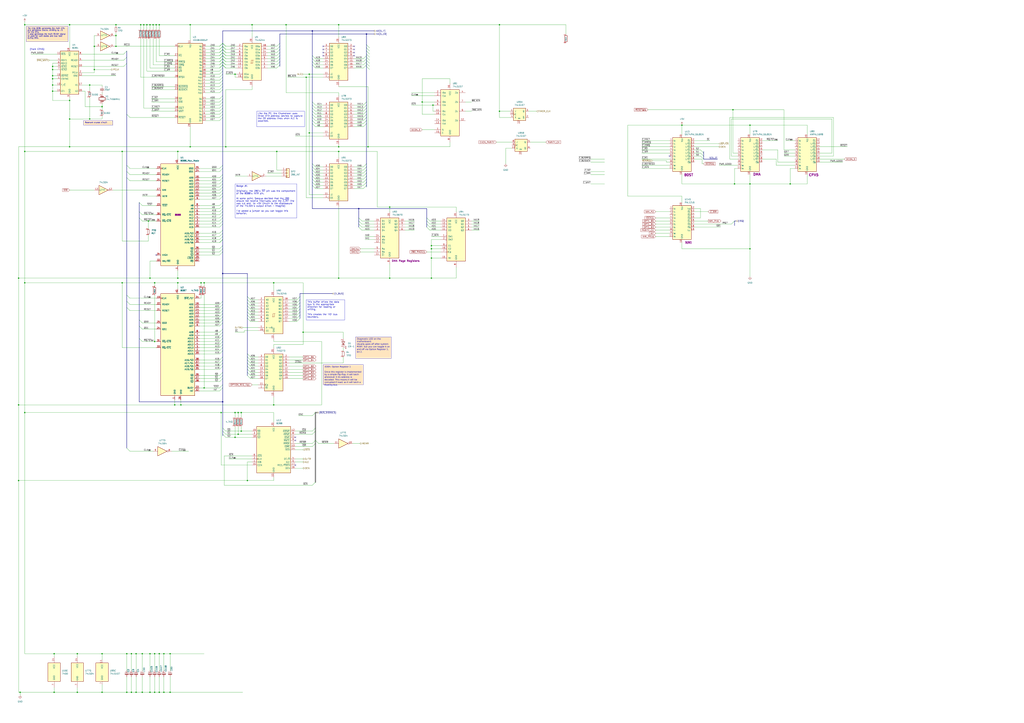
<source format=kicad_sch>
(kicad_sch (version 20250114) (generator "eeschema") (generator_version "9.0")
  (paper "A1")
  (bus_alias "~{BUS_SIGNALS}" (members "~{MEMW}" "~{MEMR}" "~{IOR}" "~{IOW}" "~{INTA}" "~{8237_{CS}}" "~{8291_{CS}}" "~{8259_{CS}}" "~{8274_{CS}}" "~{8253_{CS}}" "~{KBDPAL_{CS}}" "~{AEN}" "OSC" "CLK_{88}"))
  (text "(from CPX5)" (at 30.48 40.64 0) (effects (font (size 1.27 1.27))))
  (text_box "3DDh: Option Register 1\n\nSince this register is implemented by a simple flip-flop, it will latch whenever it its address is decoded. This means it will be corrupted if read, as it will latch a floating bus." (at 265.43 299.72 0) (size 33.02 16.51) (margins 0.9525 0.9525 0.9525 0.9525) (fill (type color) (color 255 229 191 1)) (effects (font (size 1.27 1.27)) (justify left top)))
  (text_box "The Intel 8284 generates the main CPU\nand peripheral clocks, dividing by /3\nfor the CPU. \nIt also generates the main READY signal\nto used for wait states and bus hold \nduring DMA." (at 21.59 21.59 0) (size 34.29 12.7) (margins 0.9525 0.9525 0.9525 0.9525) (fill (type color) (color 255 229 191 1)) (effects (font (size 1 1)) (justify left top)))
  (text_box "Resonant crystal circuit" (at 68.58 99.06 0) (size 24.13 3.81) (margins 0.9525 0.9525 0.9525 0.9525) (fill (type color) (color 255 229 191 1)) (effects (font (size 1 1)) (justify left top)))
  (text_box "Diagnostic LED on the motherboard.\nUsually goes off after system POST, but you can toggle it on and off via Option Register 1, bit 2." (at 292.1 276.86 0) (size 29.21 17.78) (margins 0.9525 0.9525 0.9525 0.9525) (fill (type color) (color 255 229 191 1)) (effects (font (size 1.27 1.27)) (justify left top)))
  (text_box "Like the PC, the Chameleon uses\nthree 373 address latches to capture\nthe 20 address lines when ALE is \nasserted." (at 210.82 91.44 0) (size 39.37 12.7) (margins 0.9525 0.9525 0.9525 0.9525) (effects (font (size 1.27 1.27)) (justify left top)))
  (text_box "Bodge #1\n\nOriginally, the Z80's ~{INT} pin was the complement of the 8088's INTR pin.\n\nAt some point, Seequa decided that the Z80 should not receive interrupts, and the ~{Z_INT} line was cut and  to +5V (much to the displeasure of the 74LS04's output driver, I imagine)\n\nI've added a jumper so you can toggle this behavior." (at 193.04 151.13 0) (size 50.8 27.94) (margins 0.9525 0.9525 0.9525 0.9525) (effects (font (size 1.27 1.27)) (justify left top)))
  (text_box "This buffer drives the data bus in the appropriate direction for reading or writing.\n\nThis creates the 'XD' bus boundary." (at 251.46 246.38 0) (size 31.75 16.51) (margins 0.9525 0.9525 0.9525 0.9525) (effects (font (size 1.27 1.27)) (justify left top)))
  (junction (at 127 232.41))
  (junction (at 167.64 318.77))
  (junction (at 43.18 69.85))
  (junction (at 43.18 64.77))
  (junction (at 156.21 120.65))
  (junction (at 185.42 120.65))
  (junction (at 83.82 568.96))
  (junction (at 116.84 537.21))
  (junction (at 615.95 102.87))
  (junction (at 15.24 228.6))
  (junction (at 116.84 568.96))
  (junction (at 146.05 124.46))
  (junction (at 139.7 537.21))
  (junction (at 15.24 332.74))
  (junction (at 111.76 568.96))
  (junction (at 16.51 568.96))
  (junction (at 193.04 359.41))
  (junction (at 15.24 394.97))
  (junction (at 354.33 201.93))
  (junction (at 156.21 20.32))
  (junction (at 224.79 332.74))
  (junction (at 107.95 568.96))
  (junction (at 648.97 151.13))
  (junction (at 43.18 74.93))
  (junction (at 355.6 86.36))
  (junction (at 354.33 212.09))
  (junction (at 278.13 120.65))
  (junction (at 143.51 332.74))
  (junction (at 44.45 568.96))
  (junction (at 128.27 20.32))
  (junction (at 234.95 20.32))
  (junction (at 167.64 232.41))
  (junction (at 77.47 57.15))
  (junction (at 63.5 568.96))
  (junction (at 165.1 232.41))
  (junction (at 134.62 537.21))
  (junction (at 278.13 124.46))
  (junction (at 615.95 204.47))
  (junction (at 195.58 339.09))
  (junction (at 104.14 537.21))
  (junction (at 100.33 124.46))
  (junction (at 294.64 171.45))
  (junction (at 57.15 82.55))
  (junction (at 146.05 228.6))
  (junction (at 127 537.21))
  (junction (at 603.25 151.13))
  (junction (at 182.88 224.79))
  (junction (at 207.01 20.32))
  (junction (at 354.33 204.47))
  (junction (at 278.13 20.32))
  (junction (at 43.18 57.15))
  (junction (at 63.5 537.21))
  (junction (at 77.47 38.1))
  (junction (at 148.59 332.74))
  (junction (at 601.98 90.17))
  (junction (at 121.92 181.61))
  (junction (at 20.32 124.46))
  (junction (at 130.81 537.21))
  (junction (at 100.33 232.41))
  (junction (at 198.12 339.09))
  (junction (at 410.21 91.44))
  (junction (at 107.95 537.21))
  (junction (at 320.04 228.6))
  (junction (at 118.11 20.32))
  (junction (at 123.19 537.21))
  (junction (at 123.19 20.32))
  (junction (at 111.76 537.21))
  (junction (at 95.25 20.32))
  (junction (at 20.32 339.09))
  (junction (at 254 60.96))
  (junction (at 146.05 232.41))
  (junction (at 130.81 568.96))
  (junction (at 193.04 339.09))
  (junction (at 57.15 120.65))
  (junction (at 43.18 62.23))
  (junction (at 130.81 20.32))
  (junction (at 20.32 232.41))
  (junction (at 254 109.22))
  (junction (at 95.25 29.21))
  (junction (at 302.26 120.65))
  (junction (at 127 280.67))
  (junction (at 73.66 97.79))
  (junction (at 256.54 25.4))
  (junction (at 104.14 568.96))
  (junction (at 120.65 20.32))
  (junction (at 125.73 20.32))
  (junction (at 134.62 568.96))
  (junction (at 560.07 102.87))
  (junction (at 123.19 228.6))
  (junction (at 73.66 69.85))
  (junction (at 127 568.96))
  (junction (at 43.18 54.61))
  (junction (at 182.88 330.2))
  (junction (at 195.58 356.87))
  (junction (at 198.12 354.33))
  (junction (at 410.21 20.32))
  (junction (at 320.04 170.18))
  (junction (at 44.45 537.21))
  (junction (at 354.33 228.6))
  (junction (at 227.33 124.46))
  (junction (at 193.04 60.96))
  (junction (at 57.15 20.32))
  (junction (at 278.13 228.6))
  (junction (at 95.25 38.1))
  (junction (at 123.19 568.96))
  (junction (at 57.15 97.79))
  (junction (at 615.95 151.13))
  (junction (at 203.2 394.97))
  (junction (at 346.71 83.82))
  (junction (at 83.82 87.63))
  (junction (at 20.32 20.32))
  (junction (at 115.57 20.32))
  (junction (at 83.82 537.21))
  (junction (at 181.61 339.09))
  (junction (at 248.92 273.05))
  (junction (at 300.99 27.94))
  (junction (at 224.79 232.41))
  (junction (at 139.7 568.96))
  (junction (at 251.46 63.5))
  (no_connect (at 290.83 38.1))
  (no_connect (at 128.27 209.55))
  (no_connect (at 265.43 43.18))
  (no_connect (at 290.83 43.18))
  (no_connect (at 242.57 359.41))
  (no_connect (at 242.57 382.27))
  (no_connect (at 290.83 45.72))
  (no_connect (at 265.43 40.64))
  (no_connect (at 549.91 128.27))
  (no_connect (at 265.43 38.1))
  (no_connect (at 242.57 361.95))
  (no_connect (at 290.83 40.64))
  (no_connect (at 265.43 45.72))
  (bus_entry (at 182.88 207.01) (size -2.54 2.54))
  (bus_entry (at 203.2 251.46) (size 2.54 2.54))
  (bus_entry (at 259.08 361.95) (size 2.54 2.54))
  (bus_entry (at 182.88 45.72) (size 2.54 2.54))
  (bus_entry (at 256.54 45.72) (size 2.54 2.54))
  (bus_entry (at 104.14 146.05) (size 2.54 2.54))
  (bus_entry (at 300.99 149.86) (size -2.54 2.54))
  (bus_entry (at 256.54 144.78) (size 2.54 2.54))
  (bus_entry (at 300.99 53.34) (size -2.54 2.54))
  (bus_entry (at 256.54 367.03) (size 2.54 -2.54))
  (bus_entry (at 203.2 256.54) (size 2.54 2.54))
  (bus_entry (at 246.38 256.54) (size -2.54 2.54))
  (bus_entry (at 203.2 243.84) (size 2.54 2.54))
  (bus_entry (at 182.88 275.59) (size -2.54 2.54))
  (bus_entry (at 182.88 265.43) (size -2.54 2.54))
  (bus_entry (at 182.88 181.61) (size -2.54 2.54))
  (bus_entry (at 182.88 194.31) (size -2.54 2.54))
  (bus_entry (at 229.87 40.64) (size -2.54 2.54))
  (bus_entry (at 256.54 139.7) (size 2.54 2.54))
  (bus_entry (at 300.99 134.62) (size -2.54 2.54))
  (bus_entry (at 182.88 40.64) (size 2.54 2.54))
  (bus_entry (at 182.88 306.07) (size -2.54 2.54))
  (bus_entry (at 577.85 128.27) (size -2.54 -2.54))
  (bus_entry (at 182.88 81.28) (size -2.54 2.54))
  (bus_entry (at 203.2 261.62) (size 2.54 2.54))
  (bus_entry (at 577.85 130.81) (size -2.54 -2.54))
  (bus_entry (at 182.88 43.18) (size -2.54 2.54))
  (bus_entry (at 300.99 147.32) (size -2.54 2.54))
  (bus_entry (at 203.2 293.37) (size 2.54 2.54))
  (bus_entry (at 300.99 52.07) (size 2.54 2.54))
  (bus_entry (at 300.99 137.16) (size -2.54 2.54))
  (bus_entry (at 182.88 63.5) (size -2.54 2.54))
  (bus_entry (at 246.38 259.08) (size -2.54 2.54))
  (bus_entry (at 229.87 43.18) (size -2.54 2.54))
  (bus_entry (at 256.54 354.33) (size 2.54 -2.54))
  (bus_entry (at 203.2 303.53) (size 2.54 2.54))
  (bus_entry (at 300.99 39.37) (size 2.54 2.54))
  (bus_entry (at 104.14 140.97) (size 2.54 2.54))
  (bus_entry (at 182.88 293.37) (size -2.54 2.54))
  (bus_entry (at 182.88 88.9) (size -2.54 2.54))
  (bus_entry (at 256.54 356.87) (size 2.54 -2.54))
  (bus_entry (at 182.88 153.67) (size -2.54 2.54))
  (bus_entry (at 182.88 48.26) (size -2.54 2.54))
  (bus_entry (at 300.99 88.9) (size -2.54 2.54))
  (bus_entry (at 182.88 48.26) (size -2.54 2.54))
  (bus_entry (at 182.88 298.45) (size -2.54 2.54))
  (bus_entry (at 300.99 45.72) (size -2.54 2.54))
  (bus_entry (at 182.88 255.27) (size -2.54 2.54))
  (bus_entry (at 182.88 53.34) (size -2.54 2.54))
  (bus_entry (at 203.2 308.61) (size 2.54 2.54))
  (bus_entry (at 350.52 179.07) (size 2.54 2.54))
  (bus_entry (at 203.2 300.99) (size 2.54 2.54))
  (bus_entry (at 182.88 280.67) (size -2.54 2.54))
  (bus_entry (at 182.88 171.45) (size -2.54 2.54))
  (bus_entry (at 300.99 50.8) (size -2.54 2.54))
  (bus_entry (at 104.14 93.98) (size 2.54 2.54))
  (bus_entry (at 182.88 55.88) (size -2.54 2.54))
  (bus_entry (at 182.88 96.52) (size -2.54 2.54))
  (bus_entry (at 182.88 86.36) (size -2.54 2.54))
  (bus_entry (at 182.88 83.82) (size -2.54 2.54))
  (bus_entry (at 577.85 125.73) (size -2.54 -2.54))
  (bus_entry (at 182.88 50.8) (size -2.54 2.54))
  (bus_entry (at 182.88 300.99) (size -2.54 2.54))
  (bus_entry (at 182.88 247.65) (size -2.54 2.54))
  (bus_entry (at 182.88 35.56) (size -2.54 2.54))
  (bus_entry (at 182.88 43.18) (size 2.54 2.54))
  (bus_entry (at 259.08 396.24) (size -2.54 2.54))
  (bus_entry (at 182.88 356.87) (size 2.54 2.54))
  (bus_entry (at 114.3 262.89) (size 2.54 2.54))
  (bus_entry (at 182.88 288.29) (size -2.54 2.54))
  (bus_entry (at 182.88 48.26) (size 2.54 2.54))
  (bus_entry (at 300.99 36.83) (size 2.54 2.54))
  (bus_entry (at 182.88 43.18) (size -2.54 2.54))
  (bus_entry (at 182.88 283.21) (size -2.54 2.54))
  (bus_entry (at 104.14 252.73) (size 2.54 2.54))
  (bus_entry (at 182.88 53.34) (size 2.54 2.54))
  (bus_entry (at 256.54 134.62) (size 2.54 2.54))
  (bus_entry (at 203.2 295.91) (size 2.54 2.54))
  (bus_entry (at 182.88 45.72) (size -2.54 2.54))
  (bus_entry (at 182.88 91.44) (size -2.54 2.54))
  (bus_entry (at 182.88 93.98) (size -2.54 2.54))
  (bus_entry (at 300.99 44.45) (size 2.54 2.54))
  (bus_entry (at 203.2 248.92) (size 2.54 2.54))
  (bus_entry (at 182.88 189.23) (size -2.54 2.54))
  (bus_entry (at 294.64 184.15) (size 2.54 2.54))
  (bus_entry (at 182.88 38.1) (size -2.54 2.54))
  (bus_entry (at 300.99 41.91) (size 2.54 2.54))
  (bus_entry (at 182.88 146.05) (size -2.54 2.54))
  (bus_entry (at 182.88 73.66) (size -2.54 2.54))
  (bus_entry (at 182.88 179.07) (size -2.54 2.54))
  (bus_entry (at 182.88 68.58) (size -2.54 2.54))
  (bus_entry (at 114.3 179.07) (size 2.54 2.54))
  (bus_entry (at 246.38 261.62) (size -2.54 2.54))
  (bus_entry (at 182.88 50.8) (size 2.54 2.54))
  (bus_entry (at 203.2 259.08) (size 2.54 2.54))
  (bus_entry (at 104.14 135.89) (size 2.54 2.54))
  (bus_entry (at 182.88 156.21) (size -2.54 2.54))
  (bus_entry (at 300.99 142.24) (size -2.54 2.54))
  (bus_entry (at 182.88 354.33) (size 2.54 2.54))
  (bus_entry (at 300.99 139.7) (size -2.54 2.54))
  (bus_entry (at 203.2 290.83) (size 2.54 2.54))
  (bus_entry (at 182.88 173.99) (size -2.54 2.54))
  (bus_entry (at 182.88 273.05) (size -2.54 2.54))
  (bus_entry (at 229.87 45.72) (size -2.54 2.54))
  (bus_entry (at 256.54 101.6) (size 2.54 2.54))
  (bus_entry (at 256.54 83.82) (size 2.54 2.54))
  (bus_entry (at 203.2 306.07) (size 2.54 2.54))
  (bus_entry (at 300.99 93.98) (size -2.54 2.54))
  (bus_entry (at 182.88 60.96) (size -2.54 2.54))
  (bus_entry (at 300.99 49.53) (size 2.54 2.54))
  (bus_entry (at 229.87 38.1) (size -2.54 2.54))
  (bus_entry (at 256.54 93.98) (size 2.54 2.54))
  (bus_entry (at 182.88 45.72) (size -2.54 2.54))
  (bus_entry (at 182.88 78.74) (size -2.54 2.54))
  (bus_entry (at 256.54 99.06) (size 2.54 2.54))
  (bus_entry (at 182.88 260.35) (size -2.54 2.54))
  (bus_entry (at 300.99 83.82) (size -2.54 2.54))
  (bus_entry (at 180.34 321.31) (size 2.54 -2.54))
  (bus_entry (at 104.14 247.65) (size 2.54 2.54))
  (bus_entry (at 104.14 368.3) (size 2.54 2.54))
  (bus_entry (at 182.88 45.72) (size 2.54 2.54))
  (bus_entry (at 182.88 50.8) (size 2.54 2.54))
  (bus_entry (at 350.52 186.69) (size 2.54 2.54))
  (bus_entry (at 182.88 166.37) (size -2.54 2.54))
  (bus_entry (at 256.54 149.86) (size 2.54 2.54))
  (bus_entry (at 104.14 41.91) (size -2.54 2.54))
  (bus_entry (at 182.88 201.93) (size -2.54 2.54))
  (bus_entry (at 104.14 52.07) (size -2.54 2.54))
  (bus_entry (at 114.3 278.13) (size 2.54 2.54))
  (bus_entry (at 256.54 142.24) (size 2.54 2.54))
  (bus_entry (at 182.88 148.59) (size -2.54 2.54))
  (bus_entry (at 246.38 248.92) (size -2.54 2.54))
  (bus_entry (at 294.64 181.61) (size 2.54 2.54))
  (bus_entry (at 259.08 339.09) (size -2.54 2.54))
  (bus_entry (at 229.87 35.56) (size -2.54 2.54))
  (bus_entry (at 203.2 298.45) (size 2.54 2.54))
  (bus_entry (at 294.64 186.69) (size 2.54 2.54))
  (bus_entry (at 182.88 311.15) (size -2.54 2.54))
  (bus_entry (at 294.64 179.07) (size 2.54 2.54))
  (bus_entry (at 256.54 96.52) (size 2.54 2.54))
  (bus_entry (at 300.99 101.6) (size -2.54 2.54))
  (bus_entry (at 256.54 53.34) (size 2.54 2.54))
  (bus_entry (at 182.88 53.34) (size 2.54 2.54))
  (bus_entry (at 256.54 147.32) (size 2.54 2.54))
  (bus_entry (at 350.52 184.15) (size 2.54 2.54))
  (bus_entry (at 182.88 143.51) (size -2.54 2.54))
  (bus_entry (at 229.87 53.34) (size -2.54 2.54))
  (bus_entry (at 182.88 158.75) (size -2.54 2.54))
  (bus_entry (at 182.88 285.75) (size -2.54 2.54))
  (bus_entry (at 182.88 38.1) (size 2.54 2.54))
  (bus_entry (at 603.25 181.61) (size -2.54 2.54))
  (bus_entry (at 256.54 364.49) (size 2.54 -2.54))
  (bus_entry (at 182.88 176.53) (size -2.54 2.54))
  (bus_entry (at 180.34 140.97) (size 2.54 -2.54))
  (bus_entry (at 182.88 35.56) (size -2.54 2.54))
  (bus_entry (at 182.88 262.89) (size -2.54 2.54))
  (bus_entry (at 180.34 318.77) (size 2.54 -2.54))
  (bus_entry (at 182.88 250.19) (size -2.54 2.54))
  (bus_entry (at 182.88 191.77) (size -2.54 2.54))
  (bus_entry (at 300.99 46.99) (size 2.54 2.54))
  (bus_entry (at 182.88 270.51) (size -2.54 2.54))
  (bus_entry (at 256.54 91.44) (size 2.54 2.54))
  (bus_entry (at 246.38 243.84) (size -2.54 2.54))
  (bus_entry (at 182.88 38.1) (size -2.54 2.54))
  (bus_entry (at 350.52 181.61) (size 2.54 2.54))
  (bus_entry (at 256.54 50.8) (size 2.54 2.54))
  (bus_entry (at 182.88 278.13) (size -2.54 2.54))
  (bus_entry (at 246.38 254) (size -2.54 2.54))
  (bus_entry (at 246.38 251.46) (size -2.54 2.54))
  (bus_entry (at 300.99 86.36) (size -2.54 2.54))
  (bus_entry (at 182.88 58.42) (size -2.54 2.54))
  (bus_entry (at 182.88 40.64) (size -2.54 2.54))
  (bus_entry (at 182.88 38.1) (size 2.54 2.54))
  (bus_entry (at 182.88 257.81) (size -2.54 2.54))
  (bus_entry (at 182.88 295.91) (size -2.54 2.54))
  (bus_entry (at 182.88 184.15) (size -2.54 2.54))
  (bus_entry (at 300.99 152.4) (size -2.54 2.54))
  (bus_entry (at 182.88 53.34) (size -2.54 2.54))
  (bus_entry (at 180.34 138.43) (size 2.54 -2.54))
  (bus_entry (at 182.88 35.56) (size 2.54 2.54))
  (bus_entry (at 229.87 48.26) (size -2.54 2.54))
  (bus_entry (at 203.2 254) (size 2.54 2.54))
  (bus_entry (at 256.54 137.16) (size 2.54 2.54))
  (bus_entry (at 182.88 66.04) (size -2.54 2.54))
  (bus_entry (at 300.99 54.61) (size 2.54 2.54))
  (bus_entry (at 256.54 48.26) (size 2.54 2.54))
  (bus_entry (at 114.3 267.97) (size 2.54 2.54))
  (bus_entry (at 114.3 173.99) (size 2.54 2.54))
  (bus_entry (at 104.14 46.99) (size -2.54 2.54))
  (bus_entry (at 256.54 152.4) (size 2.54 2.54))
  (bus_entry (at 203.2 246.38) (size 2.54 2.54))
  (bus_entry (at 182.88 50.8) (size -2.54 2.54))
  (bus_entry (at 182.88 196.85) (size -2.54 2.54))
  (bus_entry (at 182.88 308.61) (size -2.54 2.54))
  (bus_entry (at 300.99 96.52) (size -2.54 2.54))
  (bus_entry (at 300.99 48.26) (size -2.54 2.54))
  (bus_entry (at 182.88 40.64) (size 2.54 2.54))
  (bus_entry (at 114.3 166.37) (size 2.54 2.54))
  (bus_entry (at 182.88 161.29) (size -2.54 2.54))
  (bus_entry (at 182.88 351.79) (size 2.54 2.54))
  (bus_entry (at 182.88 204.47) (size -2.54 2.54))
  (bus_entry (at 182.88 35.56) (size 2.54 2.54))
  (bus_entry (at 256.54 86.36) (size 2.54 2.54))
  (bus_entry (at 182.88 151.13) (size -2.54 2.54))
  (bus_entry (at 229.87 50.8) (size -2.54 2.54))
  (bus_entry (at 300.99 91.44) (size -2.54 2.54))
  (bus_entry (at 246.38 246.38) (size -2.54 2.54))
  (bus_entry (at 182.88 40.64) (size -2.54 2.54))
  (bus_entry (at 300.99 144.78) (size -2.54 2.54))
  (bus_entry (at 182.88 43.18) (size 2.54 2.54))
  (bus_entry (at 300.99 99.06) (size -2.54 2.54))
  (bus_entry (at 182.88 252.73) (size -2.54 2.54))
  (bus_entry (at 256.54 88.9) (size 2.54 2.54))
  (bus_entry (at 182.88 168.91) (size -2.54 2.54))
  (bus_entry (at 182.88 71.12) (size -2.54 2.54))
  (bus_entry (at 182.88 48.26) (size 2.54 2.54))
  (bus_entry (at 182.88 196.85) (size -2.54 2.54))
  (bus_entry (at 104.14 242.57) (size 2.54 2.54))
  (wire (pts (xy 184.15 374.65) (xy 207.01 374.65)))
  (wire (pts (xy 106.68 148.59) (xy 128.27 148.59)))
  (wire (pts (xy 527.05 130.81) (xy 549.91 130.81)))
  (bus (pts (xy 182.88 45.72) (xy 182.88 43.18)))
  (bus (pts (xy 300.99 134.62) (xy 300.99 137.16)))
  (wire (pts (xy 297.18 189.23) (xy 307.34 189.23)))
  (wire (pts (xy 346.71 93.98) (xy 356.87 93.98)))
  (wire (pts (xy 600.71 128.27) (xy 600.71 97.79)))
  (wire (pts (xy 15.24 120.65) (xy 15.24 228.6)))
  (wire (pts (xy 261.62 364.49) (xy 274.32 364.49)))
  (wire (pts (xy 128.27 50.8) (xy 128.27 31.75)))
  (bus (pts (xy 182.88 58.42) (xy 182.88 60.96)))
  (wire (pts (xy 265.43 152.4) (xy 259.08 152.4)))
  (wire (pts (xy 20.32 124.46) (xy 20.32 232.41)))
  (bus (pts (xy 300.99 96.52) (xy 300.99 99.06)))
  (bus (pts (xy 203.2 248.92) (xy 203.2 251.46)))
  (wire (pts (xy 163.83 199.39) (xy 180.34 199.39)))
  (bus (pts (xy 182.88 171.45) (xy 182.88 173.99)))
  (wire (pts (xy 123.19 228.6) (xy 146.05 228.6)))
  (bus (pts (xy 104.14 41.91) (xy 104.14 46.99)))
  (bus (pts (xy 246.38 241.3) (xy 273.05 241.3)))
  (wire (pts (xy 434.34 91.44) (xy 440.69 91.44)))
  (wire (pts (xy 290.83 50.8) (xy 298.45 50.8)))
  (wire (pts (xy 278.13 120.65) (xy 302.26 120.65)))
  (wire (pts (xy 40.64 49.53) (xy 46.99 49.53)))
  (wire (pts (xy 290.83 152.4) (xy 298.45 152.4)))
  (wire (pts (xy 134.62 556.26) (xy 134.62 568.96)))
  (bus (pts (xy 182.88 158.75) (xy 182.88 161.29)))
  (wire (pts (xy 163.83 176.53) (xy 180.34 176.53)))
  (bus (pts (xy 350.52 184.15) (xy 350.52 186.69)))
  (wire (pts (xy 167.64 318.77) (xy 180.34 318.77)))
  (wire (pts (xy 67.31 54.61) (xy 101.6 54.61)))
  (wire (pts (xy 77.47 57.15) (xy 91.44 57.15)))
  (bus (pts (xy 229.87 40.64) (xy 229.87 43.18)))
  (wire (pts (xy 15.24 332.74) (xy 143.51 332.74)))
  (wire (pts (xy 242.57 384.81) (xy 248.92 384.81)))
  (wire (pts (xy 118.11 88.9) (xy 143.51 88.9)))
  (bus (pts (xy 294.64 181.61) (xy 294.64 184.15)))
  (wire (pts (xy 290.83 154.94) (xy 298.45 154.94)))
  (bus (pts (xy 246.38 259.08) (xy 246.38 261.62)))
  (wire (pts (xy 251.46 63.5) (xy 265.43 63.5)))
  (wire (pts (xy 346.71 83.82) (xy 346.71 64.77)))
  (bus (pts (xy 256.54 142.24) (xy 256.54 144.78)))
  (wire (pts (xy 237.49 248.92) (xy 243.84 248.92)))
  (wire (pts (xy 643.89 90.17) (xy 601.98 90.17)))
  (wire (pts (xy 615.95 151.13) (xy 648.97 151.13)))
  (wire (pts (xy 100.33 124.46) (xy 146.05 124.46)))
  (wire (pts (xy 410.21 96.52) (xy 410.21 91.44)))
  (bus (pts (xy 104.14 93.98) (xy 104.14 135.89)))
  (wire (pts (xy 124.46 91.44) (xy 143.51 91.44)))
  (wire (pts (xy 163.83 278.13) (xy 180.34 278.13)))
  (wire (pts (xy 354.33 204.47) (xy 361.95 204.47)))
  (wire (pts (xy 212.09 251.46) (xy 205.74 251.46)))
  (bus (pts (xy 182.88 257.81) (xy 182.88 260.35)))
  (wire (pts (xy 648.97 151.13) (xy 662.94 151.13)))
  (wire (pts (xy 290.83 96.52) (xy 298.45 96.52)))
  (wire (pts (xy 207.01 316.23) (xy 212.09 316.23)))
  (bus (pts (xy 300.99 45.72) (xy 300.99 46.99)))
  (wire (pts (xy 193.04 350.52) (xy 193.04 359.41)))
  (wire (pts (xy 163.83 184.15) (xy 180.34 184.15)))
  (wire (pts (xy 106.68 245.11) (xy 128.27 245.11)))
  (bus (pts (xy 300.99 149.86) (xy 300.99 152.4)))
  (bus (pts (xy 104.14 247.65) (xy 104.14 252.73)))
  (wire (pts (xy 15.24 228.6) (xy 123.19 228.6)))
  (wire (pts (xy 346.71 64.77) (xy 369.57 64.77)))
  (wire (pts (xy 259.08 48.26) (xy 265.43 48.26)))
  (bus (pts (xy 182.88 91.44) (xy 182.88 93.98)))
  (bus (pts (xy 182.88 354.33) (xy 182.88 356.87)))
  (wire (pts (xy 289.56 364.49) (xy 295.91 364.49)))
  (wire (pts (xy 193.04 273.05) (xy 200.66 273.05)))
  (wire (pts (xy 278.13 124.46) (xy 309.88 124.46)))
  (wire (pts (xy 104.14 568.96) (xy 107.95 568.96)))
  (wire (pts (xy 128.27 20.32) (xy 130.81 20.32)))
  (wire (pts (xy 290.83 147.32) (xy 298.45 147.32)))
  (wire (pts (xy 538.48 186.69) (xy 549.91 186.69)))
  (bus (pts (xy 259.08 354.33) (xy 259.08 351.79)) (stroke (width 1) (color 132 132 132 1)))
  (wire (pts (xy 297.18 181.61) (xy 307.34 181.61)))
  (bus (pts (xy 104.14 252.73) (xy 104.14 368.3)))
  (wire (pts (xy 134.62 537.21) (xy 134.62 551.18)))
  (wire (pts (xy 156.21 20.32) (xy 156.21 33.02)))
  (wire (pts (xy 130.81 24.13) (xy 130.81 20.32)))
  (wire (pts (xy 560.07 161.29) (xy 515.62 161.29)))
  (wire (pts (xy 83.82 562.61) (xy 83.82 568.96)))
  (wire (pts (xy 570.23 115.57) (xy 582.93 115.57)))
  (wire (pts (xy 83.82 568.96) (xy 104.14 568.96)))
  (bus (pts (xy 182.88 224.79) (xy 203.2 224.79)))
  (wire (pts (xy 163.83 163.83) (xy 180.34 163.83)))
  (bus (pts (xy 104.14 52.07) (xy 104.14 93.98)))
  (wire (pts (xy 146.05 124.46) (xy 146.05 130.81)))
  (wire (pts (xy 652.78 123.19) (xy 643.89 123.19)))
  (wire (pts (xy 527.05 138.43) (xy 549.91 138.43)))
  (bus (pts (xy 259.08 339.09) (xy 259.08 351.79)) (stroke (width 1) (color 132 132 132 1)))
  (bus (pts (xy 300.99 147.32) (xy 300.99 149.86)))
  (wire (pts (xy 224.79 283.21) (xy 224.79 285.75)))
  (wire (pts (xy 163.83 173.99) (xy 180.34 173.99)))
  (bus (pts (xy 203.2 254) (xy 203.2 256.54)))
  (wire (pts (xy 43.18 54.61) (xy 46.99 54.61)))
  (wire (pts (xy 111.76 537.21) (xy 111.76 551.18)))
  (wire (pts (xy 207.01 20.32) (xy 234.95 20.32)))
  (wire (pts (xy 234.95 20.32) (xy 278.13 20.32)))
  (wire (pts (xy 254 60.96) (xy 254 109.22)))
  (wire (pts (xy 83.82 87.63) (xy 83.82 90.17)))
  (wire (pts (xy 245.11 341.63) (xy 256.54 341.63)))
  (wire (pts (xy 193.04 339.09) (xy 195.58 339.09)))
  (wire (pts (xy 290.83 99.06) (xy 298.45 99.06)))
  (bus (pts (xy 577.85 125.73) (xy 577.85 124.46)))
  (bus (pts (xy 182.88 143.51) (xy 182.88 146.05)))
  (bus (pts (xy 294.64 184.15) (xy 294.64 186.69)))
  (wire (pts (xy 212.09 295.91) (xy 205.74 295.91)))
  (wire (pts (xy 107.95 556.26) (xy 107.95 568.96)))
  (wire (pts (xy 212.09 246.38) (xy 205.74 246.38)))
  (wire (pts (xy 570.23 128.27) (xy 575.31 128.27)))
  (wire (pts (xy 637.54 135.89) (xy 652.78 135.89)))
  (wire (pts (xy 219.71 45.72) (xy 227.33 45.72)))
  (wire (pts (xy 337.82 86.36) (xy 355.6 86.36)))
  (wire (pts (xy 195.58 339.09) (xy 198.12 339.09)))
  (bus (pts (xy 256.54 137.16) (xy 256.54 139.7)))
  (bus (pts (xy 182.88 73.66) (xy 182.88 78.74)))
  (bus (pts (xy 182.88 191.77) (xy 182.88 194.31)))
  (wire (pts (xy 354.33 196.85) (xy 354.33 201.93)))
  (wire (pts (xy 237.49 261.62) (xy 243.84 261.62)))
  (bus (pts (xy 182.88 283.21) (xy 182.88 285.75)))
  (wire (pts (xy 374.65 173.99) (xy 374.65 170.18)))
  (wire (pts (xy 163.83 321.31) (xy 180.34 321.31)))
  (bus (pts (xy 182.88 83.82) (xy 182.88 86.36)))
  (wire (pts (xy 185.42 354.33) (xy 198.12 354.33)))
  (wire (pts (xy 224.79 394.97) (xy 224.79 392.43)))
  (bus (pts (xy 182.88 265.43) (xy 182.88 270.51)))
  (wire (pts (xy 43.18 57.15) (xy 46.99 57.15)))
  (wire (pts (xy 163.83 168.91) (xy 180.34 168.91)))
  (bus (pts (xy 182.88 53.34) (xy 182.88 55.88)))
  (bus (pts (xy 256.54 96.52) (xy 256.54 99.06)))
  (bus (pts (xy 182.88 93.98) (xy 182.88 96.52)))
  (wire (pts (xy 193.04 144.78) (xy 203.2 144.78)))
  (wire (pts (xy 242.57 364.49) (xy 256.54 364.49)))
  (bus (pts (xy 182.88 50.8) (xy 182.88 48.26)))
  (wire (pts (xy 167.64 232.41) (xy 224.79 232.41)))
  (wire (pts (xy 67.31 49.53) (xy 101.6 49.53)))
  (bus (pts (xy 300.99 36.83) (xy 300.99 39.37)))
  (wire (pts (xy 143.51 332.74) (xy 148.59 332.74)))
  (wire (pts (xy 265.43 149.86) (xy 259.08 149.86)))
  (wire (pts (xy 106.68 250.19) (xy 128.27 250.19)))
  (wire (pts (xy 527.05 125.73) (xy 549.91 125.73)))
  (wire (pts (xy 207.01 356.87) (xy 195.58 356.87)))
  (wire (pts (xy 43.18 64.77) (xy 46.99 64.77)))
  (wire (pts (xy 100.33 198.12) (xy 100.33 124.46)))
  (bus (pts (xy 300.99 39.37) (xy 300.99 41.91)))
  (bus (pts (xy 203.2 303.53) (xy 203.2 306.07)))
  (wire (pts (xy 307.34 194.31) (xy 299.72 194.31)))
  (bus (pts (xy 246.38 251.46) (xy 246.38 254)))
  (wire (pts (xy 125.73 20.32) (xy 128.27 20.32)))
  (bus (pts (xy 300.99 99.06) (xy 300.99 101.6)))
  (wire (pts (xy 207.01 382.27) (xy 181.61 382.27)))
  (wire (pts (xy 538.48 179.07) (xy 549.91 179.07)))
  (wire (pts (xy 163.83 207.01) (xy 180.34 207.01)))
  (wire (pts (xy 43.18 74.93) (xy 43.18 82.55)))
  (wire (pts (xy 130.81 45.72) (xy 130.81 31.75)))
  (bus (pts (xy 259.08 339.09) (xy 260.35 339.09)) (stroke (width 1) (color 132 132 132 1)))
  (wire (pts (xy 139.7 537.21) (xy 139.7 551.18)))
  (wire (pts (xy 139.7 568.96) (xy 199.39 568.96)))
  (wire (pts (xy 57.15 156.21) (xy 77.47 156.21)))
  (bus (pts (xy 229.87 50.8) (xy 229.87 53.34)))
  (bus (pts (xy 182.88 255.27) (xy 182.88 257.81)))
  (wire (pts (xy 684.53 96.52) (xy 684.53 128.27)))
  (wire (pts (xy 15.24 332.74) (xy 15.24 394.97)))
  (wire (pts (xy 297.18 186.69) (xy 307.34 186.69)))
  (bus (pts (xy 300.99 49.53) (xy 300.99 50.8)))
  (wire (pts (xy 130.81 537.21) (xy 134.62 537.21)))
  (wire (pts (xy 227.33 139.7) (xy 227.33 124.46)))
  (wire (pts (xy 387.35 186.69) (xy 393.7 186.69)))
  (wire (pts (xy 237.49 256.54) (xy 243.84 256.54)))
  (wire (pts (xy 410.21 91.44) (xy 419.1 91.44)))
  (bus (pts (xy 256.54 93.98) (xy 256.54 96.52)))
  (wire (pts (xy 538.48 194.31) (xy 549.91 194.31)))
  (wire (pts (xy 167.64 232.41) (xy 167.64 234.95)))
  (wire (pts (xy 199.39 269.24) (xy 212.09 269.24)))
  (wire (pts (xy 435.61 116.84) (xy 448.31 116.84)))
  (bus (pts (xy 256.54 134.62) (xy 256.54 137.16)))
  (wire (pts (xy 259.08 91.44) (xy 265.43 91.44)))
  (wire (pts (xy 354.33 204.47) (xy 354.33 212.09)))
  (bus (pts (xy 256.54 149.86) (xy 256.54 152.4)))
  (wire (pts (xy 181.61 382.27) (xy 181.61 339.09)))
  (wire (pts (xy 615.95 151.13) (xy 615.95 204.47)))
  (wire (pts (xy 242.57 379.73) (xy 248.92 379.73)))
  (wire (pts (xy 127 556.26) (xy 127 568.96)))
  (bus (pts (xy 300.99 53.34) (xy 300.99 54.61)))
  (wire (pts (xy 20.32 537.21) (xy 44.45 537.21)))
  (wire (pts (xy 219.71 38.1) (xy 227.33 38.1)))
  (bus (pts (xy 229.87 35.56) (xy 229.87 38.1)))
  (wire (pts (xy 168.91 38.1) (xy 180.34 38.1)))
  (bus (pts (xy 256.54 147.32) (xy 256.54 149.86)))
  (wire (pts (xy 290.83 144.78) (xy 298.45 144.78)))
  (wire (pts (xy 600.71 97.79) (xy 683.26 97.79)))
  (wire (pts (xy 290.83 139.7) (xy 298.45 139.7)))
  (bus (pts (xy 114.3 278.13) (xy 114.3 330.2)))
  (wire (pts (xy 43.18 64.77) (xy 43.18 69.85)))
  (wire (pts (xy 307.34 196.85) (xy 299.72 196.85)))
  (wire (pts (xy 560.07 151.13) (xy 603.25 151.13)))
  (bus (pts (xy 182.88 293.37) (xy 182.88 295.91)))
  (bus (pts (xy 182.88 196.85) (xy 182.88 201.93)))
  (bus (pts (xy 294.64 171.45) (xy 350.52 171.45)))
  (wire (pts (xy 168.91 88.9) (xy 180.34 88.9)))
  (wire (pts (xy 95.25 38.1) (xy 143.51 38.1)))
  (wire (pts (xy 184.15 374.65) (xy 184.15 398.78)))
  (bus (pts (xy 300.99 44.45) (xy 300.99 45.72)))
  (wire (pts (xy 20.32 232.41) (xy 20.32 339.09)))
  (wire (pts (xy 265.43 162.56) (xy 251.46 162.56)))
  (wire (pts (xy 603.25 151.13) (xy 615.95 151.13)))
  (wire (pts (xy 185.42 43.18) (xy 194.31 43.18)))
  (wire (pts (xy 212.09 254) (xy 205.74 254)))
  (wire (pts (xy 44.45 568.96) (xy 63.5 568.96)))
  (bus (pts (xy 182.88 298.45) (xy 182.88 300.99)))
  (bus (pts (xy 259.08 354.33) (xy 259.08 361.95)) (stroke (width 1) (color 132 132 132 1)))
  (bus (pts (xy 182.88 204.47) (xy 182.88 207.01)))
  (wire (pts (xy 212.09 259.08) (xy 205.74 259.08)))
  (bus (pts (xy 182.88 146.05) (xy 182.88 148.59)))
  (bus (pts (xy 182.88 247.65) (xy 182.88 250.19)))
  (bus (pts (xy 182.88 306.07) (xy 182.88 308.61)))
  (wire (pts (xy 185.42 60.96) (xy 193.04 60.96)))
  (bus (pts (xy 203.2 224.79) (xy 203.2 243.84)))
  (wire (pts (xy 354.33 212.09) (xy 361.95 212.09)))
  (wire (pts (xy 242.57 356.87) (xy 256.54 356.87)))
  (wire (pts (xy 163.83 273.05) (xy 180.34 273.05)))
  (wire (pts (xy 116.84 568.96) (xy 123.19 568.96)))
  (bus (pts (xy 229.87 43.18) (xy 229.87 45.72)))
  (bus (pts (xy 182.88 135.89) (xy 182.88 138.43)))
  (wire (pts (xy 281.94 278.13) (xy 281.94 273.05)))
  (wire (pts (xy 163.83 283.21) (xy 180.34 283.21)))
  (bus (pts (xy 604.52 181.61) (xy 603.25 181.61)))
  (wire (pts (xy 212.09 308.61) (xy 205.74 308.61)))
  (wire (pts (xy 410.21 20.32) (xy 410.21 91.44)))
  (wire (pts (xy 43.18 62.23) (xy 43.18 64.77)))
  (wire (pts (xy 165.1 242.57) (xy 165.1 245.11)))
  (wire (pts (xy 278.13 170.18) (xy 278.13 228.6)))
  (bus (pts (xy 182.88 68.58) (xy 182.88 71.12)))
  (wire (pts (xy 77.47 29.21) (xy 77.47 38.1)))
  (bus (pts (xy 300.99 144.78) (xy 300.99 147.32)))
  (wire (pts (xy 181.61 339.09) (xy 20.32 339.09)))
  (wire (pts (xy 570.23 171.45) (xy 575.31 171.45)))
  (wire (pts (xy 673.1 130.81) (xy 693.42 130.81)))
  (wire (pts (xy 547.37 132.08) (xy 547.37 133.35)))
  (wire (pts (xy 146.05 232.41) (xy 165.1 232.41)))
  (bus (pts (xy 182.88 201.93) (xy 182.88 204.47)))
  (bus (pts (xy 182.88 173.99) (xy 182.88 176.53)))
  (bus (pts (xy 182.88 262.89) (xy 182.88 265.43)))
  (wire (pts (xy 419.1 96.52) (xy 410.21 96.52)))
  (wire (pts (xy 599.44 130.81) (xy 599.44 96.52)))
  (wire (pts (xy 652.78 138.43) (xy 648.97 138.43)))
  (wire (pts (xy 219.71 50.8) (xy 227.33 50.8)))
  (wire (pts (xy 118.11 31.75) (xy 118.11 88.9)))
  (wire (pts (xy 464.82 20.32) (xy 464.82 27.94)))
  (wire (pts (xy 163.83 153.67) (xy 180.34 153.67)))
  (wire (pts (xy 168.91 60.96) (xy 180.34 60.96)))
  (wire (pts (xy 163.83 151.13) (xy 180.34 151.13)))
  (wire (pts (xy 118.11 20.32) (xy 118.11 24.13)))
  (wire (pts (xy 143.51 45.72) (xy 130.81 45.72)))
  (wire (pts (xy 248.92 306.07) (xy 237.49 306.07)))
  (wire (pts (xy 148.59 328.93) (xy 148.59 332.74)))
  (wire (pts (xy 353.06 181.61) (xy 361.95 181.61)))
  (wire (pts (xy 163.83 148.59) (xy 180.34 148.59)))
  (bus (pts (xy 182.88 86.36) (xy 182.88 88.9)))
  (wire (pts (xy 198.12 354.33) (xy 207.01 354.33)))
  (bus (pts (xy 256.54 88.9) (xy 256.54 91.44)))
  (wire (pts (xy 146.05 228.6) (xy 278.13 228.6)))
  (bus (pts (xy 300.99 50.8) (xy 300.99 52.07)))
  (wire (pts (xy 615.95 143.51) (xy 615.95 151.13)))
  (wire (pts (xy 185.42 73.66) (xy 185.42 120.65)))
  (bus (pts (xy 246.38 256.54) (xy 246.38 259.08)))
  (wire (pts (xy 163.83 156.21) (xy 180.34 156.21)))
  (bus (pts (xy 256.54 152.4) (xy 256.54 171.45)))
  (wire (pts (xy 57.15 97.79) (xy 57.15 120.65)))
  (bus (pts (xy 300.99 142.24) (xy 300.99 144.78)))
  (wire (pts (xy 168.91 50.8) (xy 180.34 50.8)))
  (wire (pts (xy 337.82 78.74) (xy 356.87 78.74)))
  (bus (pts (xy 577.85 130.81) (xy 589.28 130.81)))
  (wire (pts (xy 242.57 367.03) (xy 256.54 367.03)))
  (wire (pts (xy 168.91 93.98) (xy 180.34 93.98)))
  (wire (pts (xy 43.18 69.85) (xy 46.99 69.85)))
  (bus (pts (xy 114.3 173.99) (xy 114.3 179.07)))
  (bus (pts (xy 182.88 181.61) (xy 182.88 184.15)))
  (wire (pts (xy 248.92 60.96) (xy 254 60.96)))
  (wire (pts (xy 120.65 20.32) (xy 120.65 24.13)))
  (bus (pts (xy 300.99 83.82) (xy 300.99 86.36)))
  (bus (pts (xy 182.88 280.67) (xy 182.88 283.21)))
  (wire (pts (xy 163.83 318.77) (xy 167.64 318.77)))
  (wire (pts (xy 123.19 537.21) (xy 127 537.21)))
  (wire (pts (xy 302.26 120.65) (xy 369.57 120.65)))
  (wire (pts (xy 259.08 99.06) (xy 265.43 99.06)))
  (wire (pts (xy 527.05 118.11) (xy 549.91 118.11)))
  (wire (pts (xy 320.04 217.17) (xy 320.04 228.6)))
  (wire (pts (xy 599.44 96.52) (xy 684.53 96.52)))
  (wire (pts (xy 248.92 295.91) (xy 237.49 295.91)))
  (wire (pts (xy 148.59 332.74) (xy 224.79 332.74)))
  (wire (pts (xy 265.43 137.16) (xy 259.08 137.16)))
  (wire (pts (xy 410.21 20.32) (xy 464.82 20.32)))
  (bus (pts (xy 350.52 181.61) (xy 350.52 184.15)))
  (bus (pts (xy 350.52 171.45) (xy 350.52 179.07)))
  (bus (pts (xy 182.88 153.67) (xy 182.88 156.21)))
  (wire (pts (xy 259.08 53.34) (xy 265.43 53.34)))
  (wire (pts (xy 106.68 255.27) (xy 128.27 255.27)))
  (wire (pts (xy 645.16 115.57) (xy 652.78 115.57)))
  (wire (pts (xy 369.57 64.77) (xy 369.57 68.58)))
  (wire (pts (xy 146.05 232.41) (xy 146.05 237.49)))
  (wire (pts (xy 118.11 20.32) (xy 120.65 20.32)))
  (wire (pts (xy 57.15 82.55) (xy 57.15 97.79)))
  (wire (pts (xy 181.61 339.09) (xy 193.04 339.09)))
  (wire (pts (xy 224.79 279.4) (xy 224.79 280.67)))
  (wire (pts (xy 290.83 142.24) (xy 298.45 142.24)))
  (wire (pts (xy 281.94 273.05) (xy 248.92 273.05)))
  (wire (pts (xy 163.83 196.85) (xy 180.34 196.85)))
  (bus (pts (xy 300.99 46.99) (xy 300.99 48.26)))
  (bus (pts (xy 256.54 83.82) (xy 256.54 86.36)))
  (wire (pts (xy 259.08 50.8) (xy 265.43 50.8)))
  (wire (pts (xy 637.54 130.81) (xy 637.54 135.89)))
  (wire (pts (xy 143.51 55.88) (xy 123.19 55.88)))
  (bus (pts (xy 256.54 91.44) (xy 256.54 93.98)))
  (wire (pts (xy 248.92 232.41) (xy 224.79 232.41)))
  (bus (pts (xy 203.2 259.08) (xy 203.2 261.62)))
  (wire (pts (xy 156.21 20.32) (xy 207.01 20.32)))
  (wire (pts (xy 127 232.41) (xy 127 234.95)))
  (wire (pts (xy 485.14 130.81) (xy 496.57 130.81)))
  (bus (pts (xy 203.2 243.84) (xy 203.2 246.38)))
  (wire (pts (xy 73.66 80.01) (xy 73.66 97.79)))
  (wire (pts (xy 576.58 134.62) (xy 577.85 134.62)))
  (wire (pts (xy 95.25 20.32) (xy 95.25 21.59)))
  (wire (pts (xy 207.01 20.32) (xy 207.01 30.48)))
  (bus (pts (xy 182.88 308.61) (xy 182.88 311.15)))
  (wire (pts (xy 44.45 539.75) (xy 44.45 537.21)))
  (bus (pts (xy 350.52 179.07) (xy 350.52 181.61)))
  (wire (pts (xy 146.05 222.25) (xy 146.05 228.6)))
  (wire (pts (xy 332.74 184.15) (xy 340.36 184.15)))
  (wire (pts (xy 77.47 29.21) (xy 78.74 29.21)))
  (bus (pts (xy 182.88 316.23) (xy 182.88 318.77)))
  (bus (pts (xy 300.99 101.6) (xy 300.99 134.62)))
  (bus (pts (xy 246.38 241.3) (xy 246.38 243.84)))
  (wire (pts (xy 320.04 170.18) (xy 320.04 173.99)))
  (wire (pts (xy 57.15 120.65) (xy 156.21 120.65)))
  (wire (pts (xy 163.83 181.61) (xy 180.34 181.61)))
  (wire (pts (xy 95.25 29.21) (xy 95.25 38.1)))
  (wire (pts (xy 106.68 96.52) (xy 143.51 96.52)))
  (wire (pts (xy 662.94 102.87) (xy 662.94 110.49)))
  (wire (pts (xy 146.05 124.46) (xy 227.33 124.46)))
  (wire (pts (xy 168.91 86.36) (xy 180.34 86.36)))
  (wire (pts (xy 278.13 76.2) (xy 234.95 76.2)))
  (bus (pts (xy 300.99 48.26) (xy 300.99 49.53)))
  (wire (pts (xy 16.51 568.96) (xy 16.51 571.5)))
  (bus (pts (xy 256.54 48.26) (xy 256.54 50.8)))
  (wire (pts (xy 237.49 246.38) (xy 243.84 246.38)))
  (bus (pts (xy 203.2 261.62) (xy 203.2 290.83)))
  (wire (pts (xy 203.2 394.97) (xy 224.79 394.97)))
  (wire (pts (xy 485.14 133.35) (xy 496.57 133.35)))
  (wire (pts (xy 123.19 214.63) (xy 123.19 228.6)))
  (wire (pts (xy 259.08 88.9) (xy 265.43 88.9)))
  (wire (pts (xy 355.6 86.36) (xy 356.87 86.36)))
  (wire (pts (xy 212.09 293.37) (xy 205.74 293.37)))
  (wire (pts (xy 265.43 60.96) (xy 254 60.96)))
  (wire (pts (xy 104.14 537.21) (xy 107.95 537.21)))
  (wire (pts (xy 163.83 255.27) (xy 180.34 255.27)))
  (wire (pts (xy 382.27 91.44) (xy 387.35 91.44)))
  (wire (pts (xy 20.32 124.46) (xy 100.33 124.46)))
  (wire (pts (xy 212.09 306.07) (xy 205.74 306.07)))
  (wire (pts (xy 63.5 568.96) (xy 83.82 568.96)))
  (bus (pts (xy 203.2 300.99) (xy 203.2 303.53)))
  (wire (pts (xy 193.04 63.5) (xy 194.31 63.5)))
  (bus (pts (xy 182.88 300.99) (xy 182.88 306.07)))
  (wire (pts (xy 420.37 121.92) (xy 415.29 121.92)))
  (wire (pts (xy 156.21 104.14) (xy 156.21 120.65)))
  (bus (pts (xy 182.88 252.73) (xy 182.88 255.27)))
  (bus (pts (xy 300.99 139.7) (xy 300.99 142.24)))
  (wire (pts (xy 168.91 40.64) (xy 180.34 40.64)))
  (wire (pts (xy 485.14 140.97) (xy 496.57 140.97)))
  (wire (pts (xy 130.81 568.96) (xy 134.62 568.96)))
  (wire (pts (xy 107.95 537.21) (xy 111.76 537.21)))
  (wire (pts (xy 163.83 179.07) (xy 180.34 179.07)))
  (wire (pts (xy 576.58 130.81) (xy 576.58 134.62)))
  (wire (pts (xy 163.83 267.97) (xy 180.34 267.97)))
  (wire (pts (xy 353.06 186.69) (xy 361.95 186.69)))
  (wire (pts (xy 278.13 228.6) (xy 320.04 228.6)))
  (wire (pts (xy 168.91 83.82) (xy 180.34 83.82)))
  (bus (pts (xy 182.88 351.79) (xy 182.88 354.33)))
  (wire (pts (xy 163.83 209.55) (xy 180.34 209.55)))
  (wire (pts (xy 43.18 62.23) (xy 46.99 62.23)))
  (wire (pts (xy 265.43 144.78) (xy 259.08 144.78)))
  (wire (pts (xy 185.42 356.87) (xy 195.58 356.87)))
  (bus (pts (xy 182.88 151.13) (xy 182.88 153.67)))
  (wire (pts (xy 111.76 537.21) (xy 116.84 537.21)))
  (wire (pts (xy 100.33 285.75) (xy 100.33 232.41)))
  (wire (pts (xy 67.31 62.23) (xy 95.25 62.23)))
  (wire (pts (xy 248.92 303.53) (xy 237.49 303.53)))
  (wire (pts (xy 237.49 259.08) (xy 243.84 259.08)))
  (wire (pts (xy 264.16 280.67) (xy 264.16 332.74)))
  (wire (pts (xy 77.47 38.1) (xy 77.47 57.15)))
  (wire (pts (xy 638.81 133.35) (xy 652.78 133.35)))
  (bus (pts (xy 256.54 99.06) (xy 256.54 101.6)))
  (bus (pts (xy 259.08 364.49) (xy 259.08 361.95)) (stroke (width 1) (color 132 132 132 1)))
  (wire (pts (xy 168.91 45.72) (xy 180.34 45.72)))
  (bus (pts (xy 182.88 356.87) (xy 182.88 358.14)))
  (wire (pts (xy 355.6 91.44) (xy 356.87 91.44)))
  (bus (pts (xy 182.88 189.23) (xy 182.88 191.77)))
  (bus (pts (xy 182.88 48.26) (xy 182.88 45.72)))
  (bus (pts (xy 294.64 171.45) (xy 294.64 179.07)))
  (wire (pts (xy 43.18 54.61) (xy 43.18 57.15)))
  (wire (pts (xy 146.05 232.41) (xy 127 232.41)))
  (wire (pts (xy 356.87 83.82) (xy 346.71 83.82)))
  (wire (pts (xy 73.66 69.85) (xy 83.82 69.85)))
  (wire (pts (xy 69.85 87.63) (xy 83.82 87.63)))
  (wire (pts (xy 116.84 537.21) (xy 123.19 537.21)))
  (wire (pts (xy 15.24 568.96) (xy 16.51 568.96)))
  (wire (pts (xy 104.14 537.21) (xy 104.14 551.18)))
  (wire (pts (xy 115.57 63.5) (xy 115.57 31.75)))
  (wire (pts (xy 605.79 130.81) (xy 599.44 130.81)))
  (wire (pts (xy 212.09 264.16) (xy 205.74 264.16)))
  (wire (pts (xy 515.62 161.29) (xy 515.62 102.87)))
  (wire (pts (xy 168.91 73.66) (xy 180.34 73.66)))
  (wire (pts (xy 290.83 104.14) (xy 298.45 104.14)))
  (wire (pts (xy 337.82 76.2) (xy 356.87 76.2)))
  (wire (pts (xy 560.07 199.39) (xy 560.07 204.47)))
  (wire (pts (xy 95.25 26.67) (xy 95.25 29.21)))
  (wire (pts (xy 130.81 537.21) (xy 130.81 551.18)))
  (wire (pts (xy 124.46 71.12) (xy 143.51 71.12)))
  (wire (pts (xy 163.83 262.89) (xy 180.34 262.89)))
  (wire (pts (xy 44.45 537.21) (xy 63.5 537.21)))
  (bus (pts (xy 182.88 50.8) (xy 182.88 53.34)))
  (wire (pts (xy 193.04 359.41) (xy 207.01 359.41)))
  (wire (pts (xy 163.83 298.45) (xy 180.34 298.45)))
  (wire (pts (xy 265.43 142.24) (xy 259.08 142.24)))
  (wire (pts (xy 163.83 275.59) (xy 180.34 275.59)))
  (wire (pts (xy 560.07 204.47) (xy 615.95 204.47)))
  (wire (pts (xy 124.46 83.82) (xy 143.51 83.82)))
  (bus (pts (xy 182.88 330.2) (xy 182.88 351.79)))
  (wire (pts (xy 121.92 181.61) (xy 121.92 187.96)))
  (wire (pts (xy 560.07 143.51) (xy 560.07 151.13)))
  (wire (pts (xy 354.33 201.93) (xy 361.95 201.93)))
  (wire (pts (xy 123.19 214.63) (xy 128.27 214.63)))
  (bus (pts (xy 256.54 50.8) (xy 256.54 53.34)))
  (bus (pts (xy 182.88 148.59) (xy 182.88 151.13)))
  (bus (pts (xy 104.14 46.99) (xy 104.14 52.07)))
  (bus (pts (xy 203.2 298.45) (xy 203.2 300.99)))
  (bus (pts (xy 256.54 144.78) (xy 256.54 147.32)))
  (wire (pts (xy 125.73 53.34) (xy 125.73 31.75)))
  (wire (pts (xy 77.47 38.1) (xy 78.74 38.1)))
  (wire (pts (xy 163.83 303.53) (xy 180.34 303.53)))
  (wire (pts (xy 212.09 261.62) (xy 205.74 261.62)))
  (wire (pts (xy 673.1 120.65) (xy 695.96 120.65)))
  (wire (pts (xy 185.42 38.1) (xy 194.31 38.1)))
  (bus (pts (xy 203.2 306.07) (xy 203.2 308.61)))
  (wire (pts (xy 163.83 194.31) (xy 180.34 194.31)))
  (wire (pts (xy 127 242.57) (xy 127 280.67)))
  (wire (pts (xy 83.82 85.09) (xy 83.82 87.63)))
  (wire (pts (xy 560.07 102.87) (xy 560.07 110.49)))
  (wire (pts (xy 15.24 120.65) (xy 57.15 120.65)))
  (wire (pts (xy 538.48 184.15) (xy 549.91 184.15)))
  (wire (pts (xy 570.23 123.19) (xy 575.31 123.19)))
  (wire (pts (xy 92.71 156.21) (xy 128.27 156.21)))
  (wire (pts (xy 63.5 565.15) (xy 63.5 568.96)))
  (wire (pts (xy 590.55 135.89) (xy 605.79 135.89)))
  (wire (pts (xy 297.18 184.15) (xy 307.34 184.15)))
  (bus (pts (xy 182.88 43.18) (xy 182.88 40.64)))
  (wire (pts (xy 224.79 339.09) (xy 198.12 339.09)))
  (wire (pts (xy 361.95 196.85) (xy 354.33 196.85)))
  (bus (pts (xy 300.99 27.94) (xy 300.99 36.83)))
  (wire (pts (xy 121.92 198.12) (xy 100.33 198.12)))
  (wire (pts (xy 163.83 158.75) (xy 180.34 158.75)))
  (wire (pts (xy 163.83 300.99) (xy 180.34 300.99)))
  (bus (pts (xy 246.38 243.84) (xy 246.38 246.38)))
  (bus (pts (xy 256.54 101.6) (xy 256.54 134.62)))
  (wire (pts (xy 278.13 124.46) (xy 278.13 129.54)))
  (bus (pts (xy 114.3 330.2) (xy 182.88 330.2)))
  (wire (pts (xy 212.09 256.54) (xy 205.74 256.54)))
  (wire (pts (xy 195.58 339.09) (xy 195.58 342.9)))
  (wire (pts (xy 116.84 168.91) (xy 128.27 168.91)))
  (wire (pts (xy 193.04 339.09) (xy 193.04 342.9)))
  (bus (pts (xy 182.88 260.35) (xy 182.88 262.89)))
  (wire (pts (xy 224.79 283.21) (xy 248.92 283.21)))
  (wire (pts (xy 123.19 537.21) (xy 123.19 551.18)))
  (bus (pts (xy 203.2 295.91) (xy 203.2 298.45)))
  (wire (pts (xy 111.76 556.26) (xy 111.76 568.96)))
  (wire (pts (xy 626.11 115.57) (xy 638.81 115.57)))
  (bus (pts (xy 300.99 137.16) (xy 300.99 139.7)))
  (wire (pts (xy 73.66 97.79) (xy 83.82 97.79)))
  (wire (pts (xy 143.51 53.34) (xy 125.73 53.34)))
  (wire (pts (xy 134.62 537.21) (xy 139.7 537.21)))
  (wire (pts (xy 218.44 144.78) (xy 231.14 144.78)))
  (wire (pts (xy 163.83 171.45) (xy 180.34 171.45)))
  (wire (pts (xy 73.66 74.93) (xy 73.66 69.85)))
  (wire (pts (xy 560.07 102.87) (xy 615.95 102.87)))
  (wire (pts (xy 248.92 283.21) (xy 248.92 273.05)))
  (wire (pts (xy 83.82 537.21) (xy 104.14 537.21)))
  (bus (pts (xy 182.88 224.79) (xy 182.88 247.65)))
  (wire (pts (xy 601.98 125.73) (xy 605.79 125.73)))
  (bus (pts (xy 104.14 146.05) (xy 104.14 242.57)))
  (wire (pts (xy 143.51 328.93) (xy 143.51 332.74)))
  (wire (pts (xy 115.57 20.32) (xy 115.57 24.13)))
  (wire (pts (xy 407.67 116.84) (xy 420.37 116.84)))
  (wire (pts (xy 163.83 252.73) (xy 180.34 252.73)))
  (wire (pts (xy 236.22 63.5) (xy 251.46 63.5)))
  (wire (pts (xy 168.91 58.42) (xy 180.34 58.42)))
  (wire (pts (xy 124.46 81.28) (xy 143.51 81.28)))
  (wire (pts (xy 387.35 189.23) (xy 393.7 189.23)))
  (bus (pts (xy 246.38 246.38) (xy 246.38 248.92)))
  (bus (pts (xy 300.99 27.94) (xy 307.34 27.94)))
  (wire (pts (xy 248.92 273.05) (xy 248.92 232.41)))
  (wire (pts (xy 570.23 173.99) (xy 581.66 173.99)))
  (wire (pts (xy 387.35 184.15) (xy 393.7 184.15)))
  (wire (pts (xy 123.19 556.26) (xy 123.19 568.96)))
  (wire (pts (xy 163.83 146.05) (xy 180.34 146.05)))
  (wire (pts (xy 354.33 194.31) (xy 361.95 194.31)))
  (wire (pts (xy 538.48 191.77) (xy 549.91 191.77)))
  (wire (pts (xy 290.83 55.88) (xy 298.45 55.88)))
  (bus (pts (xy 246.38 254) (xy 246.38 256.54)))
  (wire (pts (xy 116.84 280.67) (xy 127 280.67)))
  (wire (pts (xy 382.27 83.82) (xy 387.35 83.82)))
  (wire (pts (xy 224.79 232.41) (xy 224.79 238.76)))
  (wire (pts (xy 615.95 204.47) (xy 615.95 227.33)))
  (wire (pts (xy 281.94 298.45) (xy 281.94 293.37)))
  (wire (pts (xy 248.92 308.61) (xy 237.49 308.61)))
  (wire (pts (xy 290.83 53.34) (xy 298.45 53.34)))
  (wire (pts (xy 168.91 53.34) (xy 180.34 53.34)))
  (wire (pts (xy 295.91 204.47) (xy 307.34 204.47)))
  (wire (pts (xy 251.46 63.5) (xy 251.46 162.56)))
  (wire (pts (xy 353.06 184.15) (xy 361.95 184.15)))
  (wire (pts (xy 185.42 50.8) (xy 194.31 50.8)))
  (wire (pts (xy 346.71 83.82) (xy 346.71 93.98)))
  (wire (pts (xy 83.82 77.47) (xy 83.82 76.2)))
  (wire (pts (xy 163.83 138.43) (xy 180.34 138.43)))
  (wire (pts (xy 140.97 370.84) (xy 154.94 370.84)))
  (wire (pts (xy 116.84 265.43) (xy 128.27 265.43)))
  (wire (pts (xy 527.05 115.57) (xy 549.91 115.57)))
  (wire (pts (xy 185.42 120.65) (xy 278.13 120.65)))
  (wire (pts (xy 20.32 339.09) (xy 20.32 537.21)))
  (wire (pts (xy 127 537.21) (xy 127 551.18)))
  (wire (pts (xy 601.98 90.17) (xy 601.98 125.73)))
  (wire (pts (xy 25.4 44.45) (xy 46.99 44.45)))
  (wire (pts (xy 83.82 95.25) (xy 83.82 97.79)))
  (wire (pts (xy 207.01 73.66) (xy 185.42 73.66)))
  (wire (pts (xy 20.32 20.32) (xy 20.32 124.46)))
  (wire (pts (xy 168.91 66.04) (xy 180.34 66.04)))
  (wire (pts (xy 603.25 138.43) (xy 603.25 151.13)))
  (wire (pts (xy 570.23 120.65) (xy 590.55 120.65)))
  (bus (pts (xy 182.88 60.96) (xy 182.88 63.5)))
  (wire (pts (xy 683.26 97.79) (xy 683.26 125.73)))
  (wire (pts (xy 290.83 48.26) (xy 298.45 48.26)))
  (wire (pts (xy 387.35 181.61) (xy 393.7 181.61)))
  (wire (pts (xy 254 160.02) (xy 265.43 160.02)))
  (wire (pts (xy 535.94 132.08) (xy 547.37 132.08)))
  (wire (pts (xy 643.89 123.19) (xy 643.89 90.17)))
  (wire (pts (xy 163.83 295.91) (xy 180.34 295.91)))
  (wire (pts (xy 44.45 565.15) (xy 44.45 568.96)))
  (wire (pts (xy 106.68 138.43) (xy 128.27 138.43)))
  (wire (pts (xy 354.33 201.93) (xy 354.33 204.47)))
  (wire (pts (xy 354.33 228.6) (xy 374.65 228.6)))
  (wire (pts (xy 95.25 20.32) (xy 115.57 20.32)))
  (wire (pts (xy 278.13 71.12) (xy 302.26 71.12)))
  (bus (pts (xy 300.99 27.94) (xy 229.87 27.94)))
  (bus (pts (xy 182.88 71.12) (xy 182.88 73.66)))
  (bus (pts (xy 300.99 88.9) (xy 300.99 91.44)))
  (wire (pts (xy 127 537.21) (xy 130.81 537.21)))
  (wire (pts (xy 106.68 370.84) (xy 125.73 370.84)))
  (wire (pts (xy 16.51 568.96) (xy 44.45 568.96)))
  (wire (pts (xy 369.57 116.84) (xy 369.57 120.65)))
  (wire (pts (xy 570.23 125.73) (xy 575.31 125.73)))
  (bus (pts (xy 256.54 139.7) (xy 256.54 142.24)))
  (wire (pts (xy 163.83 308.61) (xy 180.34 308.61)))
  (wire (pts (xy 63.5 537.21) (xy 83.82 537.21)))
  (wire (pts (xy 185.42 48.26) (xy 194.31 48.26)))
  (wire (pts (xy 224.79 280.67) (xy 264.16 280.67)))
  (wire (pts (xy 626.11 130.81) (xy 637.54 130.81)))
  (wire (pts (xy 123.19 55.88) (xy 123.19 31.75)))
  (wire (pts (xy 15.24 228.6) (xy 15.24 332.74)))
  (wire (pts (xy 605.79 128.27) (xy 600.71 128.27)))
  (wire (pts (xy 198.12 339.09) (xy 198.12 342.9)))
  (wire (pts (xy 168.91 99.06) (xy 180.34 99.06)))
  (bus (pts (xy 203.2 293.37) (xy 203.2 295.91)))
  (bus (pts (xy 300.99 41.91) (xy 300.99 44.45)))
  (wire (pts (xy 43.18 74.93) (xy 46.99 74.93)))
  (bus (pts (xy 300.99 54.61) (xy 300.99 83.82)))
  (bus (pts (xy 182.88 275.59) (xy 182.88 278.13)))
  (wire (pts (xy 93.98 38.1) (xy 95.25 38.1)))
  (bus (pts (xy 229.87 48.26) (xy 229.87 50.8)))
  (wire (pts (xy 527.05 120.65) (xy 549.91 120.65)))
  (wire (pts (xy 219.71 43.18) (xy 227.33 43.18)))
  (bus (pts (xy 182.88 161.29) (xy 182.88 166.37)))
  (wire (pts (xy 575.31 171.45) (xy 575.31 179.07)))
  (bus (pts (xy 182.88 40.64) (xy 182.88 38.1)))
  (wire (pts (xy 163.83 260.35) (xy 180.34 260.35)))
  (bus (pts (xy 182.88 66.04) (xy 182.88 68.58)))
  (wire (pts (xy 57.15 97.79) (xy 73.66 97.79)))
  (wire (pts (xy 374.65 170.18) (xy 320.04 170.18)))
  (wire (pts (xy 168.91 76.2) (xy 180.34 76.2)))
  (bus (pts (xy 300.99 52.07) (xy 300.99 53.34)))
  (wire (pts (xy 120.65 31.75) (xy 120.65 58.42)))
  (bus (pts (xy 259.08 364.49) (xy 259.08 396.24)) (stroke (width 1) (color 132 132 132 1)))
  (wire (pts (xy 332.74 181.61) (xy 340.36 181.61)))
  (wire (pts (xy 320.04 228.6) (xy 354.33 228.6)))
  (bus (pts (xy 182.88 25.4) (xy 256.54 25.4)))
  (bus (pts (xy 182.88 25.4) (xy 182.88 35.56)))
  (wire (pts (xy 219.71 48.26) (xy 227.33 48.26)))
  (wire (pts (xy 123.19 20.32) (xy 125.73 20.32)))
  (wire (pts (xy 295.91 207.01) (xy 307.34 207.01)))
  (bus (pts (xy 182.88 285.75) (xy 182.88 288.29)))
  (wire (pts (xy 648.97 138.43) (xy 648.97 151.13)))
  (wire (pts (xy 121.92 193.04) (xy 121.92 198.12)))
  (wire (pts (xy 43.18 82.55) (xy 57.15 82.55)))
  (wire (pts (xy 15.24 394.97) (xy 203.2 394.97)))
  (bus (pts (xy 182.88 96.52) (xy 182.88 135.89)))
  (wire (pts (xy 67.31 59.69) (xy 77.47 59.69)))
  (wire (pts (xy 115.57 20.32) (xy 118.11 20.32)))
  (wire (pts (xy 127 280.67) (xy 128.27 280.67)))
  (wire (pts (xy 224.79 332.74) (xy 264.16 332.74)))
  (bus (pts (xy 114.3 166.37) (xy 114.3 173.99)))
  (wire (pts (xy 139.7 556.26) (xy 139.7 568.96)))
  (bus (pts (xy 104.14 242.57) (xy 104.14 247.65)))
  (wire (pts (xy 43.18 69.85) (xy 43.18 74.93)))
  (wire (pts (xy 527.05 135.89) (xy 549.91 135.89)))
  (wire (pts (xy 120.65 20.32) (xy 123.19 20.32)))
  (wire (pts (xy 638.81 123.19) (xy 638.81 133.35)))
  (bus (pts (xy 182.88 88.9) (xy 182.88 91.44)))
  (wire (pts (xy 242.57 369.57) (xy 248.92 369.57)))
  (wire (pts (xy 254 109.22) (xy 265.43 109.22)))
  (wire (pts (xy 212.09 298.45) (xy 205.74 298.45)))
  (wire (pts (xy 278.13 120.65) (xy 278.13 119.38)))
  (wire (pts (xy 128.27 24.13) (xy 128.27 20.32)))
  (bus (pts (xy 300.99 86.36) (xy 300.99 88.9)))
  (wire (pts (xy 302.26 71.12) (xy 302.26 120.65)))
  (wire (pts (xy 168.91 63.5) (xy 180.34 63.5)))
  (bus (pts (xy 182.88 166.37) (xy 182.88 168.91)))
  (wire (pts (xy 168.91 48.26) (xy 180.34 48.26)))
  (bus (pts (xy 229.87 45.72) (xy 229.87 48.26)))
  (wire (pts (xy 684.53 128.27) (xy 673.1 128.27)))
  (wire (pts (xy 683.26 125.73) (xy 673.1 125.73)))
  (wire (pts (xy 248.92 293.37) (xy 237.49 293.37)))
  (bus (pts (xy 182.88 278.13) (xy 182.88 280.67)))
  (wire (pts (xy 187.96 377.19) (xy 207.01 377.19)))
  (wire (pts (xy 309.88 170.18) (xy 320.04 170.18)))
  (bus (pts (xy 182.88 168.91) (xy 182.88 171.45)))
  (wire (pts (xy 46.99 52.07) (xy 43.18 52.07)))
  (wire (pts (xy 265.43 154.94) (xy 259.08 154.94)))
  (wire (pts (xy 254 109.22) (xy 254 160.02)))
  (wire (pts (xy 265.43 147.32) (xy 259.08 147.32)))
  (wire (pts (xy 415.29 121.92) (xy 415.29 134.62)))
  (wire (pts (xy 212.09 300.99) (xy 205.74 300.99)))
  (wire (pts (xy 290.83 93.98) (xy 298.45 93.98)))
  (bus (pts (xy 229.87 27.94) (xy 229.87 35.56)))
  (wire (pts (xy 290.83 149.86) (xy 298.45 149.86)))
  (wire (pts (xy 185.42 45.72) (xy 194.31 45.72)))
  (wire (pts (xy 168.91 91.44) (xy 180.34 91.44)))
  (wire (pts (xy 224.79 346.71) (xy 224.79 339.09)))
  (wire (pts (xy 538.48 189.23) (xy 549.91 189.23)))
  (bus (pts (xy 246.38 248.92) (xy 246.38 251.46)))
  (wire (pts (xy 165.1 232.41) (xy 165.1 234.95)))
  (bus (pts (xy 203.2 256.54) (xy 203.2 259.08)))
  (wire (pts (xy 643.89 125.73) (xy 652.78 125.73)))
  (bus (pts (xy 182.88 273.05) (xy 182.88 275.59)))
  (bus (pts (xy 104.14 135.89) (xy 104.14 140.97)))
  (wire (pts (xy 193.04 60.96) (xy 193.04 63.5)))
  (wire (pts (xy 570.23 181.61) (xy 581.66 181.61)))
  (bus (pts (xy 256.54 171.45) (xy 294.64 171.45)))
  (wire (pts (xy 120.65 58.42) (xy 143.51 58.42)))
  (wire (pts (xy 127 232.41) (xy 100.33 232.41)))
  (wire (pts (xy 184.15 398.78) (xy 256.54 398.78)))
  (wire (pts (xy 163.83 257.81) (xy 180.34 257.81)))
  (wire (pts (xy 570.23 186.69) (xy 591.82 186.69)))
  (wire (pts (xy 20.32 17.78) (xy 20.32 20.32)))
  (wire (pts (xy 219.71 55.88) (xy 227.33 55.88)))
  (wire (pts (xy 121.92 181.61) (xy 128.27 181.61)))
  (bus (pts (xy 182.88 156.21) (xy 182.88 158.75)))
  (bus (pts (xy 114.3 267.97) (xy 114.3 278.13)))
  (wire (pts (xy 123.19 568.96) (xy 127 568.96)))
  (wire (pts (xy 163.83 250.19) (xy 180.34 250.19)))
  (bus (pts (xy 603.25 181.61) (xy 603.25 185.42)))
  (wire (pts (xy 354.33 212.09) (xy 354.33 228.6)))
  (wire (pts (xy 278.13 20.32) (xy 278.13 30.48)))
  (wire (pts (xy 163.83 186.69) (xy 180.34 186.69)))
  (wire (pts (xy 212.09 248.92) (xy 205.74 248.92)))
  (wire (pts (xy 63.5 537.21) (xy 63.5 539.75)))
  (wire (pts (xy 237.49 254) (xy 243.84 254)))
  (bus (pts (xy 182.88 311.15) (xy 182.88 316.23)))
  (wire (pts (xy 207.01 71.12) (xy 207.01 73.66)))
  (wire (pts (xy 227.33 124.46) (xy 278.13 124.46)))
  (wire (pts (xy 57.15 80.01) (xy 57.15 82.55)))
  (wire (pts (xy 124.46 73.66) (xy 143.51 73.66)))
  (wire (pts (xy 374.65 219.71) (xy 374.65 228.6)))
  (wire (pts (xy 163.83 265.43) (xy 180.34 265.43)))
  (bus (pts (xy 182.88 250.19) (xy 182.88 252.73)))
  (wire (pts (xy 515.62 102.87) (xy 560.07 102.87)))
  (wire (pts (xy 185.42 55.88) (xy 194.31 55.88)))
  (bus (pts (xy 294.64 179.07) (xy 294.64 181.61)))
  (wire (pts (xy 643.89 128.27) (xy 652.78 128.27)))
  (wire (pts (xy 290.83 88.9) (xy 298.45 88.9)))
  (bus (pts (xy 182.88 81.28) (xy 182.88 83.82)))
  (wire (pts (xy 83.82 69.85) (xy 83.82 71.12)))
  (wire (pts (xy 43.18 57.15) (xy 43.18 62.23)))
  (wire (pts (xy 163.83 191.77) (xy 180.34 191.77)))
  (bus (pts (xy 182.88 55.88) (xy 182.88 58.42)))
  (wire (pts (xy 143.51 50.8) (xy 128.27 50.8)))
  (wire (pts (xy 77.47 57.15) (xy 77.47 59.69)))
  (wire (pts (xy 234.95 76.2) (xy 234.95 20.32)))
  (wire (pts (xy 168.91 71.12) (xy 180.34 71.12)))
  (wire (pts (xy 163.83 313.69) (xy 180.34 313.69)))
  (wire (pts (xy 575.31 179.07) (xy 570.23 179.07)))
  (wire (pts (xy 127 568.96) (xy 130.81 568.96)))
  (wire (pts (xy 67.31 69.85) (xy 73.66 69.85)))
  (wire (pts (xy 125.73 24.13) (xy 125.73 20.32)))
  (wire (pts (xy 163.83 311.15) (xy 180.34 311.15)))
  (wire (pts (xy 259.08 96.52) (xy 265.43 96.52)))
  (wire (pts (xy 219.71 53.34) (xy 227.33 53.34)))
  (wire (pts (xy 281.94 285.75) (xy 281.94 288.29)))
  (bus (pts (xy 203.2 246.38) (xy 203.2 248.92)))
  (wire (pts (xy 93.98 29.21) (xy 95.25 29.21)))
  (wire (pts (xy 231.14 139.7) (xy 227.33 139.7)))
  (wire (pts (xy 185.42 359.41) (xy 193.04 359.41)))
  (wire (pts (xy 200.66 273.05) (xy 200.66 271.78)))
  (wire (pts (xy 20.32 20.32) (xy 57.15 20.32)))
  (wire (pts (xy 115.57 63.5) (xy 143.51 63.5)))
  (wire (pts (xy 116.84 181.61) (xy 121.92 181.61)))
  (wire (pts (xy 605.79 138.43) (xy 603.25 138.43)))
  (wire (pts (xy 116.84 537.21) (xy 116.84 551.18)))
  (wire (pts (xy 167.64 242.57) (xy 167.64 318.77)))
  (wire (pts (xy 237.49 251.46) (xy 243.84 251.46)))
  (wire (pts (xy 242.57 354.33) (xy 256.54 354.33)))
  (wire (pts (xy 485.14 143.51) (xy 496.57 143.51)))
  (wire (pts (xy 198.12 350.52) (xy 198.12 354.33)))
  (wire (pts (xy 350.52 207.01) (xy 361.95 207.01)))
  (wire (pts (xy 570.23 130.81) (xy 576.58 130.81)))
  (wire (pts (xy 168.91 96.52) (xy 180.34 96.52)))
  (wire (pts (xy 163.83 290.83) (xy 180.34 290.83)))
  (wire (pts (xy 69.85 74.93) (xy 67.31 74.93)))
  (wire (pts (xy 116.84 270.51) (xy 128.27 270.51)))
  (bus (pts (xy 229.87 53.34) (xy 229.87 54.61)))
  (bus (pts (xy 577.85 130.81) (xy 577.85 128.27)))
  (wire (pts (xy 485.14 151.13) (xy 496.57 151.13)))
  (bus (pts (xy 182.88 295.91) (xy 182.88 298.45)))
  (bus (pts (xy 256.54 25.4) (xy 256.54 45.72)))
  (wire (pts (xy 538.48 181.61) (xy 549.91 181.61)))
  (bus (pts (xy 182.88 176.53) (xy 182.88 179.07)))
  (wire (pts (xy 237.49 264.16) (xy 243.84 264.16)))
  (bus (pts (xy 577.85 128.27) (xy 577.85 125.73)))
  (wire (pts (xy 107.95 537.21) (xy 107.95 551.18)))
  (wire (pts (xy 107.95 568.96) (xy 111.76 568.96)))
  (wire (pts (xy 532.13 90.17) (xy 601.98 90.17)))
  (wire (pts (xy 165.1 245.11) (xy 163.83 245.11)))
  (wire (pts (xy 259.08 104.14) (xy 265.43 104.14)))
  (wire (pts (xy 185.42 40.64) (xy 194.31 40.64)))
  (bus (pts (xy 256.54 25.4) (xy 307.34 25.4)))
  (wire (pts (xy 156.21 120.65) (xy 185.42 120.65)))
  (wire (pts (xy 615.95 110.49) (xy 615.95 102.87)))
  (bus (pts (xy 300.99 93.98) (xy 300.99 96.52)))
  (wire (pts (xy 259.08 55.88) (xy 265.43 55.88)))
  (bus (pts (xy 300.99 152.4) (xy 300.99 153.67)))
  (bus (pts (xy 182.88 270.51) (xy 182.88 273.05)))
  (wire (pts (xy 163.83 140.97) (xy 180.34 140.97)))
  (wire (pts (xy 278.13 78.74) (xy 278.13 76.2)))
  (wire (pts (xy 570.23 184.15) (xy 600.71 184.15)))
  (wire (pts (xy 207.01 379.73) (xy 203.2 379.73)))
  (wire (pts (xy 265.43 139.7) (xy 259.08 139.7)))
  (wire (pts (xy 163.83 161.29) (xy 180.34 161.29)))
  (wire (pts (xy 168.91 68.58) (xy 180.34 68.58)))
  (wire (pts (xy 662.94 151.13) (xy 662.94 143.51)))
  (bus (pts (xy 182.88 184.15) (xy 182.88 189.23)))
  (wire (pts (xy 43.18 52.07) (xy 43.18 54.61)))
  (wire (pts (xy 219.71 142.24) (xy 231.14 142.24)))
  (wire (pts (xy 290.83 86.36) (xy 298.45 86.36)))
  (bus (pts (xy 182.88 78.74) (xy 182.88 81.28)))
  (wire (pts (xy 168.91 43.18) (xy 180.34 43.18)))
  (bus (pts (xy 182.88 63.5) (xy 182.88 66.04)))
  (wire (pts (xy 538.48 173.99) (xy 549.91 173.99)))
  (wire (pts (xy 57.15 20.32) (xy 95.25 20.32)))
  (wire (pts (xy 15.24 394.97) (xy 15.24 568.96)))
  (bus (pts (xy 114.3 179.07) (xy 114.3 262.89)))
  (bus (pts (xy 203.2 251.46) (xy 203.2 254)))
  (wire (pts (xy 237.49 298.45) (xy 281.94 298.45)))
  (wire (pts (xy 163.83 280.67) (xy 180.34 280.67)))
  (bus (pts (xy 182.88 138.43) (xy 182.88 143.51)))
  (bus (pts (xy 182.88 179.07) (xy 182.88 181.61)))
  (wire (pts (xy 104.14 556.26) (xy 104.14 568.96)))
  (wire (pts (xy 560.07 166.37) (xy 560.07 161.29)))
  (wire (pts (xy 185.42 53.34) (xy 194.31 53.34)))
  (bus (pts (xy 300.99 91.44) (xy 300.99 93.98)))
  (bus (pts (xy 203.2 290.83) (xy 203.2 293.37)))
  (wire (pts (xy 116.84 161.29) (xy 128.27 161.29)))
  (wire (pts (xy 100.33 285.75) (xy 128.27 285.75)))
  (wire (pts (xy 116.84 176.53) (xy 128.27 176.53)))
  (wire (pts (xy 57.15 20.32) (xy 57.15 39.37)))
  (wire (pts (xy 106.68 143.51) (xy 128.27 143.51)))
  (wire (pts (xy 134.62 568.96) (xy 139.7 568.96)))
  (bus (pts (xy 104.14 140.97) (xy 104.14 146.05)))
  (wire (pts (xy 259.08 86.36) (xy 265.43 86.36)))
  (wire (pts (xy 527.05 123.19) (xy 549.91 123.19)))
  (wire (pts (xy 290.83 101.6) (xy 298.45 101.6)))
  (bus (pts (xy 182.88 288.29) (xy 182.88 293.37)))
  (wire (pts (xy 100.33 232.41) (xy 20.32 232.41)))
  (wire (pts (xy 200.66 271.78) (xy 212.09 271.78)))
  (wire (pts (xy 248.92 300.99) (xy 237.49 300.99)))
  (bus (pts (xy 114.3 262.89) (xy 114.3 267.97)))
  (wire (pts (xy 203.2 379.73) (xy 203.2 394.97)))
  (wire (pts (xy 259.08 101.6) (xy 265.43 101.6)))
  (wire (pts (xy 194.31 60.96) (xy 193.04 60.96)))
  (wire (pts (xy 242.57 111.76) (xy 265.43 111.76)))
  (wire (pts (xy 83.82 537.21) (xy 83.82 542.29)))
  (wire (pts (xy 673.1 133.35) (xy 692.15 133.35)))
  (bus (pts (xy 256.54 45.72) (xy 256.54 48.26)))
  (wire (pts (xy 626.11 123.19) (xy 638.81 123.19)))
  (wire (pts (xy 163.83 285.75) (xy 180.34 285.75)))
  (bus (pts (xy 256.54 53.34) (xy 256.54 83.82)))
  (bus (pts (xy 229.87 38.1) (xy 229.87 40.64)))
  (wire (pts (xy 278.13 20.32) (xy 410.21 20.32)))
  (wire (pts (xy 116.84 556.26) (xy 116.84 568.96)))
  (wire (pts (xy 290.83 137.16) (xy 298.45 137.16)))
  (wire (pts (xy 332.74 189.23) (xy 340.36 189.23)))
  (wire (pts (xy 224.79 326.39) (xy 224.79 332.74)))
  (bus (pts (xy 182.88 194.31) (xy 182.88 196.85)))
  (wire (pts (xy 123.19 24.13) (xy 123.19 20.32)))
  (wire (pts (xy 67.31 44.45) (xy 101.6 44.45)))
  (wire (pts (xy 355.6 86.36) (xy 355.6 91.44)))
  (wire (pts (xy 259.08 93.98) (xy 265.43 93.98)))
  (bus (pts (xy 182.88 38.1) (xy 182.88 35.56)))
  (wire (pts (xy 111.76 568.96) (xy 116.84 568.96)))
  (wire (pts (xy 212.09 311.15) (xy 205.74 311.15)))
  (wire (pts (xy 168.91 55.88) (xy 180.34 55.88)))
  (bus (pts (xy 182.88 207.01) (xy 182.88 224.79)))
  (wire (pts (xy 248.92 311.15) (xy 237.49 311.15)))
  (wire (pts (xy 219.71 40.64) (xy 227.33 40.64)))
  (wire (pts (xy 163.83 288.29) (xy 180.34 288.29)))
  (wire (pts (xy 547.37 133.35) (xy 549.91 133.35)))
  (wire (pts (xy 356.87 106.68) (xy 346.71 106.68)))
  (wire (pts (xy 615.95 102.87) (xy 662.94 102.87)))
  (wire (pts (xy 309.88 170.18) (xy 309.88 124.46)))
  (wire (pts (xy 165.1 232.41) (xy 167.64 232.41)))
  (wire (pts (xy 163.83 204.47) (xy 180.34 204.47)))
  (wire (pts (xy 195.58 350.52) (xy 195.58 356.87)))
  (wire (pts (xy 353.06 189.23) (xy 361.95 189.23)))
  (wire (pts (xy 332.74 186.69) (xy 340.36 186.69)))
  (wire (pts (xy 290.83 91.44) (xy 298.45 91.44)))
  (bus (pts (xy 182.88 318.77) (xy 182.88 330.2)))
  (wire (pts (xy 130.81 20.32) (xy 156.21 20.32)))
  (wire (pts (xy 570.23 118.11) (xy 590.55 118.11)))
  (wire (pts (xy 212.09 303.53) (xy 205.74 303.53)))
  (wire (pts (xy 242.57 377.19) (xy 248.92 377.19)))
  (wire (pts (xy 130.81 556.26) (xy 130.81 568.96)))
  (wire (pts (xy 168.91 81.28) (xy 180.34 81.28)))
  (wire (pts (xy 139.7 537.21) (xy 167.64 537.21)))
  (bus (pts (xy 256.54 86.36) (xy 256.54 88.9)))
  (wire (pts (xy 69.85 87.63) (xy 69.85 74.93)))
  (label "~{Z_AEN}" (at 527.05 138.43 0))
  (label "CLK_{88}" (at 337.82 78.74 0))
  (label "AD6" (at 176.53 265.43 0))
  (label "XD4" (at 240.03 254 0))
  (label "AD5" (at 173.99 158.75 0))
  (label "A8" (at 260.35 104.14 0))
  (label "ZA2" (at 193.04 50.8 180))
  (label "AD4" (at 172.72 91.44 0))
  (label "AD5" (at 209.55 308.61 180))
  (label "~{Z_RD}" (at 527.05 123.19 0))
  (label "XA0" (at 222.25 38.1 0))
  (label "~{Z_REFRESH}" (at 527.05 135.89 0))
  (label "AD1" (at 354.33 186.69 0))
  (label "XA17" (at 340.36 184.15 180))
  (label "XD0" (at 240.03 264.16 0))
  (label "A14" (at 176.53 288.29 0))
  (label "~{Z_BUSACK}" (at 485.14 133.35 180))
  (label "~{Z_IORQ}" (at 527.05 120.65 0))
  (label "AD0" (at 209.55 264.16 180))
  (label "~{Z_WAIT}" (at 124.46 91.44 0))
  (label "A11" (at 264.16 93.98 180))
  (label "S0" (at 571.5 128.27 0))
  (label "~{Z_MREQ}" (at 527.05 118.11 0))
  (label "AD5" (at 172.72 93.98 0))
  (label "S1" (at 571.5 125.73 0))
  (label "READY" (at 116.84 143.51 0))
  (label "AD1" (at 209.55 261.62 180))
  (label "XA1" (at 293.37 147.32 0))
  (label "A17" (at 173.99 194.31 0))
  (label "~{Z_REFRESH}" (at 124.46 63.5 0))
  (label "A14" (at 172.72 73.66 0))
  (label "AD0" (at 173.99 146.05 0))
  (label "A12" (at 176.53 283.21 0))
  (label "QS0" (at 173.99 138.43 0))
  (label "~{Z_NMI}" (at 485.14 143.51 180))
  (label "~{NMI}" (at 591.82 186.69 180))
  (label "A12" (at 264.16 91.44 180))
  (label "XA10" (at 293.37 99.06 0))
  (label "ZA5" (at 193.04 43.18 180))
  (label "ZA4" (at 193.04 53.34 180))
  (label "A9" (at 172.72 60.96 0))
  (label "~{LED_{EN}}" (at 247.65 298.45 180))
  (label "XA17" (at 393.7 186.69 180))
  (label "AD4" (at 209.55 295.91 180))
  (label "AD6" (at 173.99 161.29 0))
  (label "~{Z_HALT}" (at 527.05 115.57 0))
  (label "AD0" (at 262.89 144.78 180))
  (label "~{88_AEN}" (at 236.22 63.5 0))
  (label "A9" (at 260.35 101.6 0))
  (label "CLK_{88}" (at 118.11 245.11 0))
  (label "~{CLK_{88}}" (at 152.4 370.84 180))
  (label "CLK_{88}" (at 187.96 377.19 0))
  (label "RESET" (at 118.11 255.27 0))
  (label "XA19" (at 292.1 48.26 0))
  (label "AD2" (at 173.99 151.13 0))
  (label "XA18" (at 292.1 50.8 0))
  (label "ZA1" (at 193.04 48.26 180))
  (label "QD0" (at 643.89 128.27 0))
  (label "A10" (at 176.53 278.13 0))
  (label "XD3" (at 240.03 256.54 0))
  (label "A18" (at 173.99 196.85 0))
  (label "IRQ7" (at 593.09 184.15 0))
  (label "QS1" (at 118.11 270.51 0))
  (label "XA1" (at 222.25 48.26 0))
  (label "XA0" (at 293.37 144.78 0))
  (label "AD3" (at 354.33 181.61 0))
  (label "AD0" (at 176.53 250.19 0))
  (label "A12" (at 173.99 179.07 0))
  (label "INTR" (at 193.04 144.78 0))
  (label "AD7" (at 176.53 267.97 0))
  (label "~{PCLK}" (at 106.68 38.1 180))
  (label "~{IOR}" (at 251.46 367.03 180))
  (label "~{MEMW}" (at 251.46 356.87 180))
  (label "AD6" (at 172.72 96.52 0))
  (label "~{88_AEN}" (at 387.35 83.82 0))
  (label "ZA3" (at 172.72 45.72 0))
  (label "A19" (at 176.53 303.53 0))
  (label "~{AEN}" (at 187.96 374.65 0))
  (label "CLK_{88}" (at 645.16 115.57 0))
  (label "A10" (at 172.72 63.5 0))
  (label "~{S1}" (at 186.69 356.87 0))
  (label "QS0" (at 118.11 265.43 0))
  (label "AD3" (at 209.55 306.07 180))
  (label "AD4" (at 262.89 139.7 180))
  (label "A14" (at 173.99 184.15 0))
  (label "A13" (at 264.16 88.9 180))
  (label "XA18" (at 393.7 184.15 180))
  (label "S2" (at 571.5 123.19 0))
  (label "AD6" (at 209.55 248.92 180))
  (label "ZA0" (at 172.72 38.1 0))
  (label "INTR" (at 116.84 161.29 0))
  (label "A16" (at 176.53 295.91 0))
  (label "AD2" (at 354.33 184.15 0))
  (label "A15" (at 260.35 96.52 0))
  (label "AD4" (at 209.55 254 180))
  (label "INT" (at 175.26 321.31 0))
  (label "AD5" (at 262.89 152.4 180))
  (label "CLK_{88}" (at 118.11 370.84 0))
  (label "A16" (at 262.89 55.88 180))
  (label "~{Z_WR}" (at 527.05 125.73 0))
  (label "A15" (at 176.53 290.83 0))
  (label "XA2" (at 222.25 50.8 0))
  (label "~{TEST}" (at 120.65 168.91 0))
  (label "~{S1}" (at 176.53 311.15 0))
  (label "~{TEST}" (at 175.26 318.77 0))
  (label "XA1" (at 299.72 196.85 0))
  (label "~{Z_NMI}" (at 124.46 83.82 0))
  (label "XA5" (at 293.37 152.4 0))
  (label "A18" (at 262.89 50.8 180))
  (label "~{AEN}" (at 242.57 111.76 0))
  (label "A8" (at 176.53 273.05 0))
  (label "A11" (at 172.72 66.04 0))
  (label "~{Z_M1}" (at 134.62 45.72 0))
  (label "ZA1" (at 172.72 40.64 0))
  (label "QD7" (at 643.89 125.73 0))
  (label "~{DL}" (at 582.93 115.57 180))
  (label "XA7" (at 222.25 40.64 0))
  (label "~{Z80_AEN}" (at 387.35 91.44 0))
  (label "AD2" (at 209.55 298.45 180))
  (label "~{S2}" (at 176.53 313.69 0))
  (label "A15" (at 173.99 186.69 0))
  (label "A15" (at 172.72 76.2 0))
  (label "AD3" (at 176.53 257.81 0))
  (label "ZA3" (at 193.04 45.72 180))
  (label "XA13" (at 293.37 88.9 0))
  (label "~{Z_AEN}" (at 185.42 60.96 0))
  (label "~{RQ/GT}_{87}" (at 118.11 176.53 0))
  (label "AD5" (at 176.53 262.89 0))
  (label "A9" (at 176.53 275.59 0))
  (label "AD3" (at 299.72 189.23 0))
  (label "AD2" (at 172.72 86.36 0))
  (label "AD3" (at 172.72 88.9 0))
  (label "AD1" (at 209.55 303.53 180))
  (label "ZA4" (at 172.72 48.26 0))
  (label "OSC" (at 245.11 341.63 0))
  (label "XA11" (at 293.37 93.98 0))
  (label "XA4" (at 293.37 139.7 0))
  (label "QS1" (at 173.99 140.97 0))
  (label "~{S0}" (at 176.53 308.61 0))
  (label "A16" (at 173.99 191.77 0))
  (label "XA14" (at 293.37 86.36 0))
  (label "XA9" (at 293.37 101.6 0))
  (label "AD7" (at 262.89 154.94 180))
  (label "AD3" (at 173.99 153.67 0))
  (label "AD1" (at 299.72 184.15 0))
  (label "A9" (at 173.99 171.45 0))
  (label "A12" (at 172.72 68.58 0))
  (label "~{Z_WR}" (at 134.62 58.42 0))
  (label "~{Z_INT}" (at 124.46 81.28 0))
  (label "~{Z_BUSREQ}" (at 124.46 71.12 0))
  (label "~{S2}" (at 186.69 359.41 0))
  (label "AD1" (at 176.53 252.73 0))
  (label "~{Z_IORQ}" (at 134.62 53.34 0))
  (label "XD5" (at 240.03 251.46 0))
  (label "AD0" (at 354.33 189.23 0))
  (label "ZA6" (at 172.72 53.34 0))
  (label "RESET" (at 116.84 148.59 0))
  (label "AD3" (at 262.89 149.86 180))
  (label "~{Z_M1}" (at 527.05 130.81 0))
  (label "XA6" (at 222.25 55.88 0))
  (label "A13" (at 173.99 181.61 0))
  (label "A17" (at 262.89 53.34 180))
  (label "~{AEN}" (at 337.82 86.36 0))
  (label "A8" (at 173.99 168.91 0))
  (label "~{RQ/GT}_{87}" (at 118.11 280.67 0))
  (label "AD6" (at 262.89 137.16 180))
  (label "XA4" (at 222.25 53.34 0))
  (label "~{Z_INT}" (at 485.14 140.97 180))
  (label "AD1" (at 172.72 83.82 0))
  (label "XA0" (at 299.72 194.31 0))
  (label "XD1" (at 240.03 261.62 0))
  (label "AD0" (at 299.72 181.61 0))
  (label "OSC" (at 95.25 62.23 180))
  (label "XA16" (at 292.1 55.88 0))
  (label "AD7" (at 173.99 163.83 0))
  (label "XD2" (at 240.03 259.08 0))
  (label "XA12" (at 293.37 91.44 0))
  (label "~{Z_MREQ}" (at 134.62 50.8 0))
  (label "AD2" (at 209.55 259.08 180))
  (label "XA18" (at 340.36 186.69 180))
  (label "~{Z_RD}" (at 134.62 55.88 0))
  (label "~{Z_HALT}" (at 124.46 88.9 0))
  (label "ZA0" (at 193.04 38.1 180))
  (label "~{RQ/GT}_{Z80}" (at 638.81 115.57 180))
  (label "A17" (at 176.53 298.45 0))
  (label "AD7" (at 209.55 246.38 180))
  (label "~{S0}" (at 186.69 354.33 0))
  (label "CLK_{88}" (at 91.44 44.45 0))
  (label "READY" (at 91.44 49.53 0))
  (label "AD7" (at 172.72 99.06 0))
  (label "~{IOW}" (at 251.46 354.33 180))
  (label "AD1" (at 262.89 147.32 180))
  (label "ZA5" (at 172.72 50.8 0))
  (label "AD5" (at 209.55 251.46 180))
  (label "A11" (at 176.53 280.67 0))
  (label "~{S2}" (at 173.99 209.55 0))
  (label "~{RQ/GT}_{Z80}" (at 118.11 181.61 0))
  (label "XA8" (at 293.37 104.14 0))
  (label "PWR_GOOD" (at 692.15 133.35 180))
  (label "XA7" (at 293.37 154.94 0))
  (label "~{MEMR}" (at 264.16 364.49 0))
  (label "XD7" (at 240.03 246.38 0))
  (label "~{MEMR}" (at 251.46 364.49 180))
  (label "XA19" (at 393.7 181.61 180))
  (label "AD2" (at 262.89 142.24 180))
  (label "A11" (at 173.99 176.53 0))
  (label "XA17" (at 292.1 53.34 0))
  (label "AD4" (at 176.53 260.35 0))
  (label "XA2" (at 293.37 142.24 0))
  (label "A10" (at 260.35 99.06 0))
  (label "A18" (at 176.53 300.99 0))
  (label "ZA2" (at 172.72 43.18 0))
  (label "~{Z_BUSACK}" (at 124.46 73.66 0))
  (label "~{Z_WAIT}" (at 485.14 151.13 180))
  (label "~{S1}" (at 173.99 207.01 0))
  (label "XA3" (at 293.37 149.86 0))
  (label "~{RESET}" (at 695.96 120.65 180))
  (label "AD7" (at 209.55 311.15 180))
  (label "XD6" (at 240.03 248.92 0))
  (label "~{Z_INT}" (at 219.71 142.24 0))
  (label "AD1" (at 173.99 148.59 0))
  (label "S[0..2]" (at 589.28 130.81 180))
  (label "XA6" (at 293.37 137.16 0))
  (label "XA5" (at 222.25 43.18 0))
  (label "A13" (at 172.72 71.12 0))
  (label "AD2" (at 176.53 255.27 0))
  (label "A19" (at 262.89 48.26 180))
  (label "A13" (at 176.53 285.75 0))
  (label "XA16" (at 340.36 181.61 180))
  (label "ZA7" (at 193.04 40.64 180))
  (label "AD0" (at 172.72 81.28 0))
  (label "PWR_GOOD" (at 25.4 44.45 0))
  (label "XA15" (at 293.37 96.52 0))
  (label "AD2" (at 299.72 186.69 0))
  (label "ZA6" (at 193.04 55.88 180))
  (label "PWR_GOOD" (at 590.55 135.89 0))
  (label "XA3" (at 222.25 45.72 0))
  (label "~{S0}" (at 173.99 204.47 0))
  (label "AD0" (at 209.55 300.99 180))
  (label "XA19" (at 340.36 189.23 180))
  (label "A8" (at 172.72 58.42 0))
  (label "AD6" (at 209.55 293.37 180))
  (label "CLK_{88}" (at 116.84 138.43 0))
  (label "~{RESET}" (at 124.46 96.52 0))
  (label "~{AEN}" (at 252.73 398.78 180))
  (label "~{Z_AEN}" (at 354.33 194.31 0))
  (label "AD3" (at 209.55 256.54 180))
  (label "~{DL}" (at 193.04 273.05 0))
  (label "XA16" (at 393.7 189.23 180))
  (label "ZA7" (at 172.72 55.88 0))
  (label "RESET" (at 91.44 54.61 0))
  (label "~{Z_BUSREQ}" (at 485.14 130.81 180))
  (label "AD4" (at 173.99 156.21 0))
  (label "A19" (at 173.99 199.39 0))
  (label "A14" (at 264.16 86.36 180))
  (label "A10" (at 173.99 173.99 0))
  (label "READY" (at 118.11 250.19 0))
  (global_label "OPT1_B4" (shape input) (at 538.48 184.15 180) (property "Intersheetrefs" "${INTERSHEET_REFS}" (effects (hide yes))))
  (global_label "OPT1_B0" (shape output) (at 248.92 300.99 0) (property "Intersheetrefs" "${INTERSHEET_REFS}" (effects (hide yes))))
  (global_label "NMI_P2" (shape input) (at 538.48 173.99 180) (property "Intersheetrefs" "${INTERSHEET_REFS}" (effects (hide yes))))
  (global_label "OPT1_B1" (shape output) (at 248.92 303.53 0) (property "Intersheetrefs" "${INTERSHEET_REFS}" (effects (hide yes))))
  (global_label "OPT1_B5" (shape output) (at 248.92 308.61 0) (property "Intersheetrefs" "${INTERSHEET_REFS}" (effects (hide yes))))
  (global_label "OPT1_B3" (shape input) (at 538.48 186.69 180) (property "Intersheetrefs" "${INTERSHEET_REFS}" (effects (hide yes))))
  (global_label "OPT1_B7" (shape output) (at 248.92 311.15 0) (property "Intersheetrefs" "${INTERSHEET_REFS}" (effects (hide yes))))
  (global_label "~{IOCK_{EN}}" (shape input) (at 538.48 179.07 180) (property "Intersheetrefs" "${INTERSHEET_REFS}" (effects (hide yes))))
  (global_label "~{Z80_PAGE_{CS}}" (shape input) (at 350.52 207.01 180) (property "Intersheetrefs" "${INTERSHEET_REFS}" (effects (hide yes))))
  (global_label "OPT1_B4" (shape output) (at 248.92 295.91 0) (property "Intersheetrefs" "${INTERSHEET_REFS}" (effects (hide yes))))
  (global_label "OPT1_B5" (shape input) (at 538.48 181.61 180) (property "Intersheetrefs" "${INTERSHEET_REFS}" (effects (hide yes))))
  (global_label "DACK_{2}" (shape input) (at 295.91 207.01 180) (property "Intersheetrefs" "${INTERSHEET_REFS}" (effects (hide yes))))
  (global_label "PARITY_CK" (shape input) (at 448.31 116.84 0) (property "Intersheetrefs" "${INTERSHEET_REFS}" (effects (hide yes))))
  (global_label "DACK_{3}" (shape input) (at 295.91 204.47 180) (property "Intersheetrefs" "${INTERSHEET_REFS}" (effects (hide yes))))
  (global_label "NMI_P16" (shape output) (at 581.66 181.61 0) (property "Intersheetrefs" "${INTERSHEET_REFS}" (effects (hide yes))))
  (global_label "OPT1_B6" (shape output) (at 248.92 293.37 0) (property "Intersheetrefs" "${INTERSHEET_REFS}" (effects (hide yes))))
  (global_label "~{OPTION_REG_1_{SEL}}" (shape input) (at 207.01 316.23 180) (property "Intersheetrefs" "${INTERSHEET_REFS}" (effects (hide yes))))
  (global_label "~{RESET_{BRD}}" (shape input) (at 532.13 90.17 180) (property "Intersheetrefs" "${INTERSHEET_REFS}" (effects (hide yes))))
  (global_label "OPT1_B3" (shape output) (at 248.92 306.07 0) (property "Intersheetrefs" "${INTERSHEET_REFS}" (effects (hide yes))))
  (global_label "~{NMI}" (shape input) (at 57.15 156.21 180) (property "Intersheetrefs" "${INTERSHEET_REFS}" (effects (hide yes))))
  (global_label "INT" (shape input) (at 538.48 191.77 180) (property "Intersheetrefs" "${INTERSHEET_REFS}" (effects (hide yes))))
  (global_label "~{DCON_{P2}}" (shape input) (at 577.85 134.62 0) (property "Intersheetrefs" "${INTERSHEET_REFS}" (effects (hide yes))))
  (global_label "PARITY_CK" (shape input) (at 538.48 189.23 180) (property "Intersheetrefs" "${INTERSHEET_REFS}" (effects (hide yes))))
  (global_label "NMI_PAL_{I9}" (shape input) (at 538.48 194.31 180) (property "Intersheetrefs" "${INTERSHEET_REFS}" (effects (hide yes))))
  (global_label "DCON_S" (shape input) (at 693.42 130.81 0) (property "Intersheetrefs" "${INTERSHEET_REFS}" (effects (hide yes))))
  (global_label "DCON_S" (shape input) (at 346.71 106.68 180) (property "Intersheetrefs" "${INTERSHEET_REFS}" (effects (hide yes))))
  (global_label "EVEN_PARITY" (shape input) (at 407.67 116.84 180) (property "Intersheetrefs" "${INTERSHEET_REFS}" (effects (hide yes))))
  (global_label "~{Z_NMI}" (shape input) (at 581.66 173.99 0) (property "Intersheetrefs" "${INTERSHEET_REFS}" (effects (hide yes))))
  (hierarchical_label "~{8259_{CS}}" (shape input) (at 535.94 132.08 180))
  (hierarchical_label "ALE" (shape input) (at 248.92 60.96 180))
  (hierarchical_label "PCLK" (shape output) (at 91.44 57.15 0))
  (hierarchical_label "TIMER_CLK" (shape input) (at 440.69 91.44 0))
  (hierarchical_label "{IRQ}" (shape input) (at 604.52 181.61 0))
  (hierarchical_label "ALE" (shape output) (at 248.92 379.73 0))
  (hierarchical_label "DEN" (shape output) (at 590.55 120.65 0))
  (hierarchical_label "{X_BUS}" (shape tri_state) (at 273.05 241.3 0))
  (hierarchical_label "~{INTA}" (shape input) (at 248.92 369.57 0))
  (hierarchical_label "AD[0..7]" (shape output) (at 307.34 25.4 0))
  (hierarchical_label "DEN" (shape output) (at 248.92 384.81 0))
  (hierarchical_label "{~{BUS_SIGNALS}}" (shape tri_state) (at 260.35 339.09 0))
  (hierarchical_label "MEMR" (shape output) (at 295.91 364.49 0))
  (hierarchical_label "D{slash}TR" (shape input) (at 199.39 269.24 180))
  (hierarchical_label "D{slash}TR" (shape output) (at 248.92 377.19 0))
  (hierarchical_label "~{SP}{slash}~{EN}" (shape input) (at 590.55 118.11 0))
  (hierarchical_label "~{DMA_WAIT}" (shape input) (at 40.64 49.53 180))
  (hierarchical_label "XA[0..19]" (shape output) (at 307.34 27.94 0))
  (symbol (lib_id "seequa:C_Bypass_2.54mm") (at 107.95 553.72 0) (unit 1)
    (property "Reference" "C3" (at 109.474 552.45 90) (effects (justify left)))
    (property "Value" "0.1uF" (effects (hide yes)))
    (property "Footprint" "seequa_footprints:C_Seequa_Bypass_2.54mm" (effects (hide yes)))
    (property "Description" "0.1uF Dipped Tantalum, 35V" (effects (hide yes)))
  )
  (symbol (lib_id "74xx:74LS373") (at 278.13 99.06 0) (unit 1)
    (property "Reference" "U78" (at 280.2733 78.74 0) (effects (justify left)))
    (property "Value" "74LS373" (at 280.2733 81.28 0) (effects (justify left)))
    (property "Footprint" "Package_DIP:DIP-20_W7.62mm" (effects (hide yes)))
    (property "Datasheet" "http://www.ti.com/lit/gpn/sn74LS373" (effects (hide yes)))
    (property "Description" "8-bit Latch, 3-state outputs" (effects (hide yes)))
    (property "seq_partno" "SN74LS373N" (effects (hide yes)))
    (property "seq_silkscreen" "LS373" (effects (hide yes)))
  )
  (symbol (lib_id "Device:R_Network07_Split") (at 464.82 31.75 0) (unit 5)
    (property "Reference" "RN1" (at 464.82 33.528 90) (effects (font (size 0.762 0.762)) (justify left)))
    (property "Value" "4.7KΩ" (effects (hide yes)))
    (property "Footprint" "Resistor_THT:R_Array_SIP8" (effects (hide yes)))
    (property "Datasheet" "http://www.vishay.com/docs/31509/csc.pdf" (effects (hide yes)))
    (property "Description" "7 resistor network, star topology, bussed resistors, split" (effects (hide yes)))
  )
  (symbol (lib_id "74xx:74LS04") (at 86.36 38.1 0) (unit 2)
    (property "Reference" "U77" (at 85.598 38.1 0))
    (property "Value" "74LS04" (effects (hide yes)))
    (property "Footprint" "Package_DIP:DIP-14_W7.62mm" (effects (hide yes)))
    (property "Datasheet" "http://www.ti.com/lit/gpn/sn74LS04" (effects (hide yes)))
    (property "Description" "Hex Inverter" (effects (hide yes)))
  )
  (symbol (lib_id "power:+5V") (at 560.07 102.87 0) (unit 1)
    (property "Reference" "#PWR046" (effects (hide yes)))
    (property "Value" "+5V" (at 560.07 97.79 0))
    (property "Description" "Power symbol creates a global label with name \"+5V\"" (effects (hide yes)))
  )
  (symbol (lib_id "Interface:8288") (at 224.79 369.57 0) (unit 1)
    (property "Reference" "U12" (at 226.9333 345.44 0) (effects (justify left)))
    (property "Value" "8288" (at 226.9333 347.98 0) (effects (justify left)))
    (property "Footprint" "Package_DIP:DIP-20_W7.62mm" (effects (hide yes)))
    (property "Datasheet" "http://www.datasheets360.com/pdf/7208679415653955300" (effects (hide yes)))
    (property "Description" "Bus Controller for Intel 8086/8088/80186/80188 microprocessors, DIP-20" (effects (hide yes)))
    (property "seq_silkscreen" "8288" (effects (hide yes)))
  )
  (symbol (lib_id "Device:LED") (at 281.94 281.94 90) (unit 1)
    (property "Reference" "D1" (at 285.75 282.2574 90) (effects (justify right)))
    (property "Value" "CR-1" (at 285.75 284.7974 90) (effects (justify right)))
    (property "Footprint" "LED_THT:LED_D3.0mm" (effects (hide yes)))
    (property "Description" "Light emitting diode" (effects (hide yes)))
    (property "Sim.Pins" "1=K 2=A" (effects (hide yes)))
  )
  (symbol (lib_id "power:+5V") (at 20.32 17.78 0) (unit 1)
    (property "Reference" "#PWR03" (effects (hide yes)))
    (property "Value" "+5V" (at 20.32 12.7 0))
    (property "Description" "Power symbol creates a global label with name \"+5V\"" (effects (hide yes)))
  )
  (symbol (lib_id "74xx:74LS04") (at 86.36 29.21 0) (unit 3)
    (property "Reference" "U77" (at 85.598 28.956 0))
    (property "Value" "74LS04" (at 85.852 23.876 0))
    (property "Footprint" "Package_DIP:DIP-14_W7.62mm" (effects (hide yes)))
    (property "Datasheet" "http://www.ti.com/lit/gpn/sn74LS04" (effects (hide yes)))
    (property "Description" "Hex Inverter" (effects (hide yes)))
  )
  (symbol (lib_id "74xx:74LS107") (at 83.82 552.45 0) (unit 3)
    (property "Reference" "U95" (at 90.17 551.1799 0) (effects (justify left)))
    (property "Value" "74LS107" (at 90.17 553.7199 0) (effects (justify left)))
    (property "Footprint" "Package_DIP:DIP-14_W7.62mm" (effects (hide yes)))
    (property "Datasheet" "http://www.ti.com/lit/gpn/sn74LS107" (effects (hide yes)))
    (property "Description" "Dual JK Flip-Flop, reset" (effects (hide yes)))
  )
  (symbol (lib_id "power:GND") (at 615.95 227.33 0) (unit 1)
    (property "Reference" "#PWR082" (effects (hide yes)))
    (property "Value" "GND" (at 615.95 232.41 0))
    (property "Description" "Power symbol creates a global label with name \"GND\" , ground" (effects (hide yes)))
  )
  (symbol (lib_id "Device:R_Network07_Split") (at 198.12 346.71 0) (unit 4)
    (property "Reference" "RN1" (at 198.0619 348.9083 90) (effects (font (size 1 1)) (justify left)))
    (property "Value" "4.7KΩ" (effects (hide yes)))
    (property "Footprint" "Resistor_THT:R_Array_SIP8" (effects (hide yes)))
    (property "Datasheet" "http://www.vishay.com/docs/31509/csc.pdf" (effects (hide yes)))
    (property "Description" "7 resistor network, star topology, bussed resistors, split" (effects (hide yes)))
  )
  (symbol (lib_name "R_Small_1") (lib_id "Device:R_Small") (at 95.25 24.13 0) (unit 1)
    (property "Reference" "R3" (at 96.774 22.86 0) (effects (font (size 1.016 1.016)) (justify left)))
    (property "Value" "??Ω" (at 96.774 25.146 0) (effects (justify left)))
    (property "Footprint" "seequa_footprints:R_Seequa_Resistor" (effects (hide yes)))
    (property "Description" "Resistor, small symbol" (effects (hide yes)))
  )
  (symbol (lib_id "74xx:74LS04") (at 133.35 370.84 0) (unit 4)
    (property "Reference" "U77" (at 133.35 361.95 0))
    (property "Value" "74LS04" (at 133.35 364.49 0))
    (property "Footprint" "Package_DIP:DIP-14_W7.62mm" (effects (hide yes)))
    (property "Datasheet" "http://www.ti.com/lit/gpn/sn74LS04" (effects (hide yes)))
    (property "Description" "Hex Inverter" (effects (hide yes)))
  )
  (symbol (lib_id "seequa:C_Bypass_2.54mm") (at 111.76 553.72 0) (unit 1)
    (property "Reference" "C4" (at 113.284 552.45 90) (effects (justify left)))
    (property "Value" "0.1uF" (effects (hide yes)))
    (property "Footprint" "seequa_footprints:C_Seequa_Bypass_2.54mm" (effects (hide yes)))
    (property "Description" "0.1uF Dipped Tantalum, 35V" (effects (hide yes)))
  )
  (symbol (lib_id "Device:R_Network07_Split") (at 130.81 27.94 0) (unit 1)
    (property "Reference" "RN2" (at 130.81 30.48 90) (effects (justify left)))
    (property "Value" "4.7K" (effects (hide yes)))
    (property "Footprint" "Resistor_THT:R_Array_SIP8" (effects (hide yes)))
    (property "Datasheet" "http://www.vishay.com/docs/31509/csc.pdf" (effects (hide yes)))
    (property "Description" "7 resistor network, star topology, bussed resistors, split" (effects (hide yes)))
    (property "seq_partno" "4701G2" (effects (hide yes)))
  )
  (symbol (lib_id "Device:C_Small") (at 83.82 73.66 180) (unit 1)
    (property "Reference" "C1" (at 87.376 71.628 0))
    (property "Value" "20pF" (at 88.138 73.66 0))
    (property "Footprint" "seequa_footprints:C_Seequa_Clock_Cap_6.35mm" (effects (hide yes)))
    (property "Description" "Unpolarized capacitor, small symbol" (effects (hide yes)))
    (property "seq_partno" "20K T2H 1KV" (effects (hide yes)))
    (property "seq_silkscreen" "C1" (effects (hide yes)))
  )
  (symbol (lib_id "Logic_Programmable:PAL16L8") (at 662.94 128.27 0) (unit 1)
    (property "Reference" "U80" (at 665.0833 107.95 0) (effects (justify left)))
    (property "Value" "AMPAL16R8" (at 665.0833 110.49 0) (effects (justify left)))
    (property "Footprint" "Package_DIP:DIP-20_W7.62mm" (effects (hide yes)))
    (property "Description" "Programmable Array Logic (PAL), Active-Low Combinatorial, DIP-20 / PLCC-20" (effects (hide yes)))
    (property "seq_silkscreen" "CPX5" (at 668.274 143.764 0) (effects (font (size 2 2) (thickness 0.4) (bold yes))))
    (property "seq_sharpie" "CPX5" (effects (hide yes)))
  )
  (symbol (lib_id "Device:R_Network07_Split") (at 167.64 238.76 0) (unit 7)
    (property "Reference" "RN1" (at 167.64 240.284 90) (effects (font (size 0.762 0.762)) (justify left)))
    (property "Value" "4.7KΩ" (effects (hide yes)))
    (property "Footprint" "Resistor_THT:R_Array_SIP8" (effects (hide yes)))
    (property "Datasheet" "http://www.vishay.com/docs/31509/csc.pdf" (effects (hide yes)))
    (property "Description" "7 resistor network, star topology, bussed resistors, split" (effects (hide yes)))
  )
  (symbol (lib_id "74xx:74LS244") (at 207.01 50.8 0) (unit 1)
    (property "Reference" "U5" (at 209.1533 30.48 0) (effects (justify left)))
    (property "Value" "74LS244" (at 209.1533 33.02 0) (effects (justify left)))
    (property "Footprint" "Package_DIP:DIP-20_W7.62mm" (effects (hide yes)))
    (property "Datasheet" "http://www.ti.com/lit/ds/symlink/sn74ls244.pdf" (effects (hide yes)))
    (property "Description" "Octal Buffer and Line Driver With 3-State Output, active-low enables, non-inverting outputs" (effects (hide yes)))
    (property "seq_silkscreen" "LS244" (effects (hide yes)))
  )
  (symbol (lib_id "power:GND") (at 415.29 134.62 0) (unit 1)
    (property "Reference" "#PWR06" (effects (hide yes)))
    (property "Value" "GND" (at 415.29 139.7 0))
    (property "Description" "Power symbol creates a global label with name \"GND\" , ground" (effects (hide yes)))
  )
  (symbol (lib_id "Device:R_Small") (at 73.66 77.47 0) (unit 1)
    (property "Reference" "R2" (at 73.914 78.232 90) (effects (font (size 1.016 1.016)) (justify left)))
    (property "Value" "510Ω" (at 75.4344 77.8105 0) (effects (justify left)))
    (property "Footprint" "seequa_footprints:R_Seequa_Resistor" (effects (hide yes)))
    (property "Description" "Resistor, small symbol" (effects (hide yes)))
    (property "seq_silkscreen" "R2" (effects (hide yes)))
    (property "seq_notes" "Green,Brown,Brown,Gold" (effects (hide yes)))
  )
  (symbol (lib_id "Device:R_Network07_Split") (at 120.65 27.94 0) (unit 4)
    (property "Reference" "RN2" (at 120.65 30.48 90) (effects (justify left)))
    (property "Value" "4.7K" (effects (hide yes)))
    (property "Footprint" "Resistor_THT:R_Array_SIP8" (effects (hide yes)))
    (property "Datasheet" "http://www.vishay.com/docs/31509/csc.pdf" (effects (hide yes)))
    (property "Description" "7 resistor network, star topology, bussed resistors, split" (effects (hide yes)))
    (property "seq_partno" "4701G2" (effects (hide yes)))
  )
  (symbol (lib_id "seequa:C_Bypass_2.54mm") (at 104.14 553.72 0) (unit 1)
    (property "Reference" "C2" (at 105.41 552.45 90) (effects (justify left)))
    (property "Value" "0.1uF" (effects (hide yes)))
    (property "Footprint" "seequa_footprints:C_Seequa_Bypass_2.54mm" (effects (hide yes)))
    (property "Description" "0.1uF Dipped Tantalum, 35V" (effects (hide yes)))
  )
  (symbol (lib_id "74xx:74LS173") (at 374.65 196.85 0) (unit 1)
    (property "Reference" "U94" (at 376.7933 173.99 0) (effects (justify left)))
    (property "Value" "74LS173" (at 376.7933 176.53 0) (effects (justify left)))
    (property "Footprint" "Package_DIP:DIP-16_W7.62mm" (effects (hide yes)))
    (property "Datasheet" "http://www.ti.com/lit/gpn/sn74LS173" (effects (hide yes)))
    (property "Description" "4-bit D-type Register, 3 state out" (effects (hide yes)))
  )
  (symbol (lib_id "Device:R_Network07_Split") (at 115.57 27.94 0) (unit 2)
    (property "Reference" "RN2" (at 115.57 30.1736 90) (effects (justify left)))
    (property "Value" "4.7K" (effects (hide yes)))
    (property "Footprint" "Resistor_THT:R_Array_SIP8" (effects (hide yes)))
    (property "Datasheet" "http://www.vishay.com/docs/31509/csc.pdf" (effects (hide yes)))
    (property "Description" "7 resistor network, star topology, bussed resistors, split" (effects (hide yes)))
    (property "seq_partno" "4701G2" (effects (hide yes)))
  )
  (symbol (lib_id "74xx:74LS373") (at 278.13 149.86 0) (unit 1)
    (property "Reference" "U91" (at 280.2733 129.54 0) (effects (justify left)))
    (property "Value" "74LS373" (at 280.2733 132.08 0) (effects (justify left)))
    (property "Footprint" "Package_DIP:DIP-20_W7.62mm" (effects (hide yes)))
    (property "Datasheet" "http://www.ti.com/lit/gpn/sn74LS373" (effects (hide yes)))
    (property "Description" "8-bit Latch, 3-state outputs" (effects (hide yes)))
  )
  (symbol (lib_id "74xx:74LS157") (at 369.57 91.44 0) (unit 1)
    (property "Reference" "U81" (at 371.7133 68.58 0) (effects (justify left)))
    (property "Value" "74LS157" (at 371.7133 71.12 0) (effects (justify left)))
    (property "Footprint" "Package_DIP:DIP-16_W7.62mm" (effects (hide yes)))
    (property "Datasheet" "http://www.ti.com/lit/gpn/sn74LS157" (effects (hide yes)))
    (property "Description" "Quad 2 to 1 line Multiplexer" (effects (hide yes)))
  )
  (symbol (lib_id "Device:R_Network07_Split") (at 125.73 27.94 0) (unit 6)
    (property "Reference" "RN2" (at 125.73 30.226 90) (effects (justify left)))
    (property "Value" "4.7K" (effects (hide yes)))
    (property "Footprint" "Resistor_THT:R_Array_SIP8" (effects (hide yes)))
    (property "Datasheet" "http://www.vishay.com/docs/31509/csc.pdf" (effects (hide yes)))
    (property "Description" "7 resistor network, star topology, bussed resistors, split" (effects (hide yes)))
    (property "seq_partno" "4701G2" (effects (hide yes)))
  )
  (symbol (lib_id "CPU:Z084000xP") (at 156.21 68.58 0) (unit 1)
    (property "Reference" "U3" (at 158.3533 30.48 0) (effects (justify left)))
    (property "Value" "XD184000xP" (at 158.3533 33.02 0) (effects (justify left)))
    (property "Footprint" "Package_DIP:DIP-40_W15.24mm" (effects (hide yes)))
    (property "Datasheet" "https://archive.org/details/zilog-z-8400" (effects (hide yes)))
    (property "Description" "8-bit General Purpose Microprocessor, 8-bit data bus, 16-bit address bus, 4 / 6.17 / 8 MHz, DIP-40 (600 mil)" (effects (hide yes)))
  )
  (symbol (lib_id "Logic_Programmable:PAL16L8") (at 615.95 128.27 0) (unit 1)
    (property "Reference" "U79" (at 618.0933 107.95 0) (effects (justify left)))
    (property "Value" "SN74PAL16L81N" (at 618.0933 110.49 0) (effects (justify left)))
    (property "Footprint" "Package_DIP:DIP-20_W7.62mm" (effects (hide yes)))
    (property "Datasheet" "https://docs.rs-online.com/53eb/0900766b8002a354.pdf" (effects (hide yes)))
    (property "Description" "Programmable Array Logic (PAL), Active-Low Combinatorial, DIP-20 / PLCC-20" (effects (hide yes)))
    (property "seq_partno" "SN74PAL16L81N" (effects (hide yes)))
    (property "seq_silkscreen" "DMA" (at 618.236 143.256 0) (effects (font (size 2 2) (thickness 0.4) (bold yes)) (justify left)))
    (property "seq_sharpie" "DMA" (effects (hide yes)))
  )
  (symbol (lib_id "74xx:74LS273") (at 224.79 306.07 0) (unit 1)
    (property "Reference" "U92" (at 226.9333 285.75 0) (effects (justify left)))
    (property "Value" "74S273" (at 226.9333 288.29 0) (effects (justify left)))
    (property "Footprint" "Package_DIP:DIP-20_W7.62mm" (effects (hide yes)))
    (property "Datasheet" "http://www.ti.com/lit/gpn/sn74LS273" (effects (hide yes)))
    (property "Description" "8-bit D Flip-Flop, reset" (effects (hide yes)))
  )
  (symbol (lib_id "seequa:C_Bypass_3.8mm") (at 139.7 553.72 0) (unit 1)
    (property "Reference" "C89" (at 140.97 551.688 90) (effects (justify left)))
    (property "Value" "C_Bypass_3.8mm" (effects (hide yes)))
    (property "Footprint" "seequa_footprints:C_Seequa_Bypass_3.8mm" (effects (hide yes)))
    (property "Description" "0.1uF Dipped Tantalum, 35V" (effects (hide yes)))
  )
  (symbol (lib_id "Device:R_Network07_Split") (at 123.19 27.94 0) (unit 7)
    (property "Reference" "RN2" (at 123.19 30.48 90) (effects (justify left)))
    (property "Value" "4.7K" (effects (hide yes)))
    (property "Footprint" "Resistor_THT:R_Array_SIP8" (effects (hide yes)))
    (property "Datasheet" "http://www.vishay.com/docs/31509/csc.pdf" (effects (hide yes)))
    (property "Description" "7 resistor network, star topology, bussed resistors, split" (effects (hide yes)))
    (property "seq_partno" "4701G2" (effects (hide yes)))
  )
  (symbol (lib_id "Device:R_Network07_Split") (at 165.1 238.76 0) (unit 3)
    (property "Reference" "RN1" (at 165.1 237.49 90) (effects (font (size 0.762 0.762)) (justify right)))
    (property "Value" "4.7KΩ" (at 163.068 238.76 0) (effects (justify right)))
    (property "Footprint" "Resistor_THT:R_Array_SIP8" (effects (hide yes)))
    (property "Datasheet" "http://www.vishay.com/docs/31509/csc.pdf" (effects (hide yes)))
    (property "Description" "7 resistor network, star topology, bussed resistors, split" (effects (hide yes)))
  )
  (symbol (lib_id "seequa:C_Bypass_2.54mm") (at 123.19 553.72 0) (unit 1)
    (property "Reference" "C115" (at 124.46 552.45 90) (effects (justify left)))
    (property "Value" "0.1uF" (effects (hide yes)))
    (property "Footprint" "seequa_footprints:C_Seequa_Bypass_2.54mm" (effects (hide yes)))
    (property "Description" "0.1uF Dipped Tantalum, 35V" (effects (hide yes)))
  )
  (symbol (lib_id "74xx:74LS107") (at 427.99 119.38 0) (unit 2)
    (property "Reference" "U95" (at 427.99 109.22 0))
    (property "Value" "74LS107" (at 427.99 111.76 0))
    (property "Footprint" "Package_DIP:DIP-14_W7.62mm" (effects (hide yes)))
    (property "Datasheet" "http://www.ti.com/lit/gpn/sn74LS107" (effects (hide yes)))
    (property "Description" "Dual JK Flip-Flop, reset" (effects (hide yes)))
  )
  (symbol (lib_id "Timer:8284") (at 57.15 59.69 0) (unit 1)
    (property "Reference" "U4" (at 59.2933 36.83 0) (effects (justify left)))
    (property "Value" "8284" (at 59.2933 39.37 0) (effects (justify left)))
    (property "Footprint" "Package_DIP:DIP-18_W7.62mm" (effects (hide yes)))
    (property "Datasheet" "http://www.cpu-galaxy.at/cpu/ram%20rom%20eprom/other_intel_chips/other_intel-Dateien/D8284A_Datasheet.pdf" (effects (hide yes)))
    (property "Description" "Clock Generator and Driver for i8086/88 Microcontrollers, PDIP-18" (effects (hide yes)))
    (property "seq_silkscreen" "8284" (effects (hide yes)))
  )
  (symbol (lib_id "MCU_Intel:8088_Max_Mode") (at 146.05 176.53 0) (unit 1)
    (property "Reference" "U1" (at 148.1933 129.54 0) (effects (justify left)))
    (property "Value" "8088_Max_Mode" (at 148.1933 132.08 0) (effects (justify left)))
    (property "Footprint" "Package_DIP:DIP-40_W15.24mm_Socket" (effects (hide yes)))
    (property "Datasheet" "http://datasheets.chipdb.org/Intel/x86/808x/datashts/8088/231456-006.pdf" (effects (hide yes)))
    (property "Description" "8088 (maximum mode), 8-Bit HMOS Microprocessor, PDIP-40" (effects (hide yes)))
    (property "seq_partno" "Intel 8088" (effects (hide yes)))
    (property "seq_silkscreen" "8088" (at 146.05 176.53 0) (effects (font (thickness 0.254) (bold yes))))
    (property "seq_notes" "Was replaced by NEC V20 on my board" (effects (hide yes)))
  )
  (symbol (lib_id "MCU_Intel:8087") (at 146.05 283.21 0) (unit 1)
    (property "Reference" "U2" (at 148.1933 236.22 0) (effects (justify left)))
    (property "Value" "8087" (at 148.1933 238.76 0) (effects (justify left)))
    (property "Footprint" "Package_DIP:DIP-40_W15.24mm" (effects (hide yes)))
    (property "Datasheet" "http://datasheets.chipdb.org/Intel/x86/808x/datashts/8087/205835-007.pdf" (effects (hide yes)))
    (property "Description" "Math Coprocessor for Intel 8086/8088/80186/80188 microprocessors, PDIP-40" (effects (hide yes)))
    (property "seq_partno" "Intel 8087" (effects (hide yes)))
    (property "seq_silkscreen" "8087" (effects (hide yes)))
  )
  (symbol (lib_id "74xx:74LS670") (at 320.04 194.31 0) (unit 1)
    (property "Reference" "U93" (at 322.1833 173.99 0) (effects (justify left)))
    (property "Value" "74LS670" (at 322.1833 176.53 0) (effects (justify left)))
    (property "Footprint" "Package_DIP:DIP-16_W7.62mm" (effects (hide yes)))
    (property "Datasheet" "http://www.ti.com/lit/gpn/sn74LS670" (effects (hide yes)))
    (property "Description" "4 x 4 Register Files 3-State Outputs" (effects (hide yes)))
    (property "seq_silkscreen" "LS670" (effects (hide yes)))
    (property "seq_notes" "DMA Page Registers" (at 321.564 214.376 0) (effects (font (size 1.5 1.5) (thickness 0.3) (bold yes)) (justify left)))
  )
  (symbol (lib_id "Device:R_Network07_Split") (at 118.11 27.94 0) (unit 3)
    (property "Reference" "RN2" (at 118.11 30.48 90) (effects (justify left)))
    (property "Value" "4.7K" (effects (hide yes)))
    (property "Footprint" "Resistor_THT:R_Array_SIP8" (effects (hide yes)))
    (property "Datasheet" "http://www.vishay.com/docs/31509/csc.pdf" (effects (hide yes)))
    (property "Description" "7 resistor network, star topology, bussed resistors, split" (effects (hide yes)))
    (property "seq_partno" "4701G2" (effects (hide yes)))
  )
  (symbol (lib_id "Device:R_Small") (at 83.82 92.71 180) (unit 1)
    (property "Reference" "R1" (at 83.82 91.694 90) (effects (font (size 1.016 1.016)) (justify left)))
    (property "Value" "510Ω" (at 90.424 92.964 0) (effects (justify left)))
    (property "Footprint" "seequa_footprints:R_Seequa_Resistor" (effects (hide yes)))
    (property "Description" "Resistor, small symbol" (effects (hide yes)))
    (property "seq_silkscreen" "R1" (effects (hide yes)))
    (property "seq_notes" "Green,Brown,Brown,Gold" (effects (hide yes)))
  )
  (symbol (lib_id "Connector_Generic:Conn_01x03") (at 236.22 142.24 0) (unit 1)
    (property "Reference" "SP2" (at 238.76 140.9699 0) (effects (justify left)))
    (property "Value" "Z80_INT" (at 238.76 143.5099 0) (effects (justify left)))
    (property "Footprint" "Connector_PinHeader_2.54mm:PinHeader_1x03_P2.54mm_Vertical" (effects (hide yes)))
    (property "Description" "Generic connector, single row, 01x03, script generated (kicad-library-utils/schlib/autogen/connector/)" (effects (hide yes)))
  )
  (symbol (lib_id "74xx:74LS245") (at 224.79 259.08 0) (unit 1)
    (property "Reference" "U90" (at 226.9333 238.76 0) (effects (justify left)))
    (property "Value" "74LS245" (at 226.9333 241.3 0) (effects (justify left)))
    (property "Footprint" "Package_DIP:DIP-20_W7.62mm" (effects (hide yes)))
    (property "Datasheet" "http://www.ti.com/lit/gpn/sn74LS245" (effects (hide yes)))
    (property "Description" "Octal BUS Transceivers, 3-State outputs" (effects (hide yes)))
  )
  (symbol (lib_id "Device:Crystal") (at 83.82 81.28 90) (unit 1)
    (property "Reference" "X1" (at 87.884 79.248 90))
    (property "Value" "14.7456MHz" (at 92.71 81.534 90))
    (property "Footprint" "Crystal:Crystal_HC49-U_Vertical" (effects (hide yes)))
    (property "Description" "Two pin crystal" (effects (hide yes)))
  )
  (symbol (lib_name "R_Small_2") (lib_id "Device:R_Small") (at 281.94 290.83 0) (unit 1)
    (property "Reference" "R4" (at 284.48 289.5599 0) (effects (font (size 1.016 1.016)) (justify left)))
    (property "Value" "??Ω" (at 284.48 292.0999 0) (effects (justify left)))
    (property "Footprint" "seequa_footprints:R_Seequa_Resistor" (effects (hide yes)))
    (property "Description" "Resistor, small symbol" (effects (hide yes)))
  )
  (symbol (lib_id "74xx:74LS107") (at 426.72 93.98 0) (unit 1)
    (property "Reference" "U95" (at 426.72 83.82 0))
    (property "Value" "74LS107" (at 426.72 86.36 0))
    (property "Footprint" "Package_DIP:DIP-14_W7.62mm" (effects (hide yes)))
    (property "Datasheet" "http://www.ti.com/lit/gpn/sn74LS107" (effects (hide yes)))
    (property "Description" "Dual JK Flip-Flop, reset" (effects (hide yes)))
  )
  (symbol (lib_id "74xx:74LS04") (at 281.94 364.49 0) (unit 5)
    (property "Reference" "U77" (at 281.94 355.6 0))
    (property "Value" "74LS04" (at 281.94 358.14 0))
    (property "Footprint" "Package_DIP:DIP-14_W7.62mm" (effects (hide yes)))
    (property "Datasheet" "http://www.ti.com/lit/gpn/sn74LS04" (effects (hide yes)))
    (property "Description" "Hex Inverter" (effects (hide yes)))
  )
  (symbol (lib_id "Device:R_Network07_Split") (at 127 238.76 0) (unit 6)
    (property "Reference" "RN1" (at 127 240.538 90) (effects (font (size 0.762 0.762)) (justify left)))
    (property "Value" "4.7KΩ" (effects (hide yes)))
    (property "Footprint" "Resistor_THT:R_Array_SIP8" (effects (hide yes)))
    (property "Datasheet" "http://www.vishay.com/docs/31509/csc.pdf" (effects (hide yes)))
    (property "Description" "7 resistor network, star topology, bussed resistors, split" (effects (hide yes)))
  )
  (symbol (lib_id "seequa:C_Bypass_2.54mm") (at 116.84 553.72 0) (unit 1)
    (property "Reference" "C99" (at 118.364 552.45 90) (effects (justify left)))
    (property "Value" "0.1uF" (effects (hide yes)))
    (property "Footprint" "seequa_footprints:C_Seequa_Bypass_2.54mm" (effects (hide yes)))
    (property "Description" "0.1uF Dipped Tantalum, 35V" (effects (hide yes)))
  )
  (symbol (lib_id "Device:R_Network07_Split") (at 193.04 346.71 0) (unit 1)
    (property "Reference" "RN1" (at 193.04 348.9083 90) (effects (font (size 1 1)) (justify left)))
    (property "Value" "4.7KΩ" (at 191.262 346.71 0) (effects (justify right)))
    (property "Footprint" "Resistor_THT:R_Array_SIP8" (effects (hide yes)))
    (property "Datasheet" "http://www.vishay.com/docs/31509/csc.pdf" (effects (hide yes)))
    (property "Description" "7 resistor network, star topology, bussed resistors, split" (effects (hide yes)))
  )
  (symbol (lib_id "seequa:C_Bypass_2.54mm") (at 127 553.72 0) (unit 1)
    (property "Reference" "C116" (at 128.524 552.45 90) (effects (justify left)))
    (property "Value" "0.1uF" (effects (hide yes)))
    (property "Footprint" "seequa_footprints:C_Seequa_Bypass_2.54mm" (effects (hide yes)))
    (property "Description" "0.1uF Dipped Tantalum, 35V" (effects (hide yes)))
  )
  (symbol (lib_id "74xx:74LS373") (at 278.13 50.8 0) (unit 1)
    (property "Reference" "U83" (at 280.2733 30.48 0) (effects (justify left)))
    (property "Value" "74LS373" (at 280.2733 33.02 0) (effects (justify left)))
    (property "Footprint" "Package_DIP:DIP-20_W7.62mm" (effects (hide yes)))
    (property "Datasheet" "http://www.ti.com/lit/gpn/sn74LS373" (effects (hide yes)))
    (property "Description" "8-bit Latch, 3-state outputs" (effects (hide yes)))
    (property "seq_partno" "SN74LS373N" (effects (hide yes)))
    (property "seq_silkscreen" "LS373" (effects (hide yes)))
  )
  (symbol (lib_id "74xx:7400") (at 44.45 552.45 0) (unit 5)
    (property "Reference" "U16" (at 50.8 551.1799 0) (effects (justify left)))
    (property "Value" "7400" (at 50.8 553.7199 0) (effects (justify left)))
    (property "Footprint" "Package_DIP:DIP-14_W7.62mm" (effects (hide yes)))
    (property "Datasheet" "https://www.alldatasheet.com/datasheet-pdf/download/53703/FAIRCHILD/MM74C00N.html" (effects (hide yes)))
    (property "Description" "quad 2-input NAND gate" (effects (hide yes)))
    (property "seq_partno" "MM74C00N" (effects (hide yes)))
  )
  (symbol (lib_id "Device:R_Network07_Split") (at 195.58 346.71 0) (unit 2)
    (property "Reference" "RN1" (at 195.5538 348.8503 90) (effects (font (size 1 1)) (justify left)))
    (property "Value" "4.7KΩ" (effects (hide yes)))
    (property "Footprint" "Resistor_THT:R_Array_SIP8" (effects (hide yes)))
    (property "Datasheet" "http://www.vishay.com/docs/31509/csc.pdf" (effects (hide yes)))
    (property "Description" "7 resistor network, star topology, bussed resistors, split" (effects (hide yes)))
  )
  (symbol (lib_id "seequa:PAL12L6") (at 560.07 184.15 0) (unit 1)
    (property "Reference" "U145" (at 562.2133 163.83 0) (effects (justify left)))
    (property "Value" "PAL12L6" (at 562.2133 166.37 0) (effects (justify left)))
    (property "Footprint" "Package_DIP:DIP-20_W7.62mm" (effects (hide yes)))
    (property "Datasheet" "https://docs.rs-online.com/53eb/0900766b8002a354.pdf" (effects (hide yes)))
    (property "Description" "Programmable Array Logic (PAL), Active-Low Combinatorial, DIP-20 / PLCC-20" (effects (hide yes)))
    (property "seq_silkscreen" "NMI" (at 562.356 199.39 0) (effects (font (size 2 2) (thickness 0.4) (bold yes)) (justify left)))
  )
  (symbol (lib_id "Device:R_Network07_Split") (at 128.27 27.94 0) (unit 5)
    (property "Reference" "RN2" (at 128.27 30.226 90) (effects (justify left)))
    (property "Value" "4.7K" (effects (hide yes)))
    (property "Footprint" "Resistor_THT:R_Array_SIP8" (effects (hide yes)))
    (property "Datasheet" "http://www.vishay.com/docs/31509/csc.pdf" (effects (hide yes)))
    (property "Description" "7 resistor network, star topology, bussed resistors, split" (effects (hide yes)))
    (property "seq_partno" "4701G2" (effects (hide yes)))
  )
  (symbol (lib_id "power:GND") (at 16.51 571.5 0) (unit 1)
    (property "Reference" "#PWR01" (effects (hide yes)))
    (property "Value" "GND" (at 16.51 576.58 0))
    (property "Description" "Power symbol creates a global label with name \"GND\" , ground" (effects (hide yes)))
  )
  (symbol (lib_id "74xx:74LS04") (at 85.09 156.21 0) (unit 6)
    (property "Reference" "U77" (at 84.074 156.21 0))
    (property "Value" "74LS04" (at 85.09 149.86 0))
    (property "Footprint" "Package_DIP:DIP-14_W7.62mm" (effects (hide yes)))
    (property "Datasheet" "http://www.ti.com/lit/gpn/sn74LS04" (effects (hide yes)))
    (property "Description" "Hex Inverter" (effects (hide yes)))
  )
  (symbol (lib_name "R_Small_2") (lib_id "Device:R_Small") (at 121.92 190.5 0) (mirror x) (unit 1)
    (property "Reference" "R17" (at 124.46 191.7701 0) (effects (font (size 1.016 1.016)) (justify left)))
    (property "Value" "??Ω" (at 124.46 189.2301 0) (effects (justify left)))
    (property "Footprint" "seequa_footprints:R_Seequa_Resistor" (effects (hide yes)))
    (property "Description" "Resistor, small symbol" (effects (hide yes)))
  )
  (symbol (lib_id "74xx:74LS04") (at 210.82 144.78 0) (unit 1)
    (property "Reference" "U77" (at 209.804 144.78 0))
    (property "Value" "74LS04" (effects (hide yes)))
    (property "Footprint" "Package_DIP:DIP-14_W7.62mm" (effects (hide yes)))
    (property "Datasheet" "http://www.ti.com/lit/gpn/sn74LS04" (effects (hide yes)))
    (property "Description" "Hex Inverter" (effects (hide yes)))
  )
  (symbol (lib_id "74xx:74LS04") (at 63.5 552.45 0) (unit 7)
    (property "Reference" "U77" (at 69.85 551.1799 0) (effects (justify left)))
    (property "Value" "74LS04" (at 69.85 553.7199 0) (effects (justify left)))
    (property "Footprint" "Package_DIP:DIP-14_W7.62mm" (effects (hide yes)))
    (property "Datasheet" "http://www.ti.com/lit/gpn/sn74LS04" (effects (hide yes)))
    (property "Description" "Hex Inverter" (effects (hide yes)))
  )
  (symbol (lib_id "seequa:C_Bypass_2.54mm") (at 130.81 553.72 0) (unit 1)
    (property "Reference" "C117" (at 132.334 551.942 90) (effects (justify left)))
    (property "Value" "0.1uF" (effects (hide yes)))
    (property "Footprint" "seequa_footprints:C_Seequa_Bypass_2.54mm" (effects (hide yes)))
    (property "Description" "0.1uF Dipped Tantalum, 35V" (effects (hide yes)))
  )
  (symbol (lib_id "seequa:C_Bypass_2.54mm") (at 134.62 553.72 0) (unit 1)
    (property "Reference" "C118" (at 136.144 551.942 90) (effects (justify left)))
    (property "Value" "0.1uF" (effects (hide yes)))
    (property "Footprint" "seequa_footprints:C_Seequa_Bypass_2.54mm" (effects (hide yes)))
    (property "Description" "0.1uF Dipped Tantalum, 35V" (effects (hide yes)))
  )
  (symbol (lib_id "Logic_Programmable:PAL16L8") (at 560.07 128.27 0) (unit 1)
    (property "Reference" "U13" (at 562.356 108.204 0) (effects (justify left)))
    (property "Value" "SN74PAL16L81N" (at 562.2133 110.49 0) (effects (justify left)))
    (property "Footprint" "Package_DIP:DIP-20_W7.62mm" (effects (hide yes)))
    (property "Datasheet" "https://docs.rs-online.com/53eb/0900766b8002a354.pdf" (effects (hide yes)))
    (property "Description" "Programmable Array Logic (PAL), Active-Low Combinatorial, DIP-20 / PLCC-20" (effects (hide yes)))
    (property "seq_partno" "SN74PAL16L81N" (effects (hide yes)))
    (property "seq_silkscreen" "80ST" (at 561.594 143.764 0) (effects (font (size 2 2) (thickness 0.4) (bold yes)) (justify left)))
    (property "seq_sharpie" "80ST" (effects (hide yes)))
  )
)
</source>
